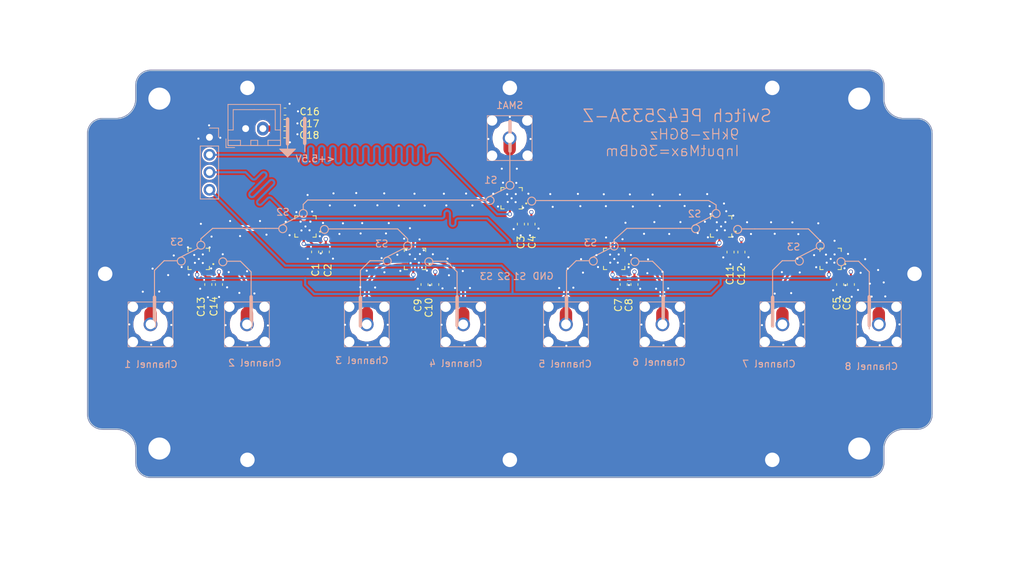
<source format=kicad_pcb>
(kicad_pcb (version 20221018) (generator pcbnew)
  (layers (0 "F.Cu" signal) (1 "In1.Cu" signal) (2 "In2.Cu" signal) (31 "B.Cu" signal) (34 "B.Paste" user) (35 "F.Paste" user) (36 "B.SilkS" user "B.Silkscreen") (37 "F.SilkS" user "F.Silkscreen") (38 "B.Mask" user) (39 "F.Mask" user) (44 "Edge.Cuts" user))
  (net 0 "")
  (net 1 "Vdd")
  (net 2 "GND")
  (net 3 "Vctr1")
  (net 4 "Vctr2")
  (net 5 "Vctr3")
  (net 6 "/Switch_cell1/In")
  (net 7 "Net-(U5-RF1)")
  (net 8 "Net-(U5-RF2)")
  (net 9 "Net-(U4-RF1)")
  (net 10 "Net-(U4-RF2)")
  (net 11 "Net-(U6-RF1)")
  (net 12 "Net-(U6-RF2)")
  (net 13 "Net-(U7-RF1)")
  (net 14 "Net-(U7-RF2)")
  (net 15 "/Switch_cell1/Out2")
  (net 16 "/Switch_S6/In")
  (net 17 "/Switch_S3/In")
  (net 18 "/Switch_cell1/Out1")
  (net 19 "/Switch_S4/In")
  (net 20 "/Switch_S5/In")
  (footprint "Capacitor_SMD:C_0603_1608Metric_revised" (layer "F.Cu") (at -129.446 40.327 -90)
    (fp_text reference "C4")
    (fp_text value "22uF")
  )
  (footprint "Music_Lab:Switch_PE42553A_QFN17N" (layer "F.Cu") (at -162.258279 40.669 180)
    (fp_text reference "U3" hide)
    (fp_text value "Switch_PE42553A-Z" hide)
  )
  (footprint "Capacitor_SMD:C_0603_1608Metric_revised" (layer "F.Cu") (at -160.8582 44.3614 -90)
    (fp_text reference "C1")
    (fp_text value "0.1uF")
  )
  (footprint "Capacitor_SMD:C_0603_1608Metric_revised" (layer "F.Cu") (at -159.3088 44.3614 -90)
    (fp_text reference "C2")
    (fp_text value "22uF")
  )
  (footprint "Capacitor_SMD:C_0603_1608Metric_revised" (layer "F.Cu") (at -98.9726 44.3868 -90)
    (fp_text reference "C12")
    (fp_text value "22uF")
  )
  (footprint "Capacitor_SMD:C_0603_1608Metric_revised" (layer "F.Cu") (at -116.049521 49.0946 -90)
    (fp_text reference "C7")
    (fp_text value "0.1uF")
  )
  (footprint "Music_Lab:Outline_9x4_cavity_20230711" (layer "F.Cu") (at -131.48376 45.101988)
    (fp_text reference "outline1" hide)
    (fp_text value "~" hide)
    (fp_poly (pts (arc (start 60.147165 -17.957088) (mid 59.532757 -19.441973) (end 58.048165 -20.057088)) (arc (start 56.047165 -20.057088) (mid 53.996516 -20.907146) (end 53.147165 -22.958088)) (arc (start 53.147165 -24.957088) (mid 52.532111 -26.442034) (end 51.047165 -27.057088)) (arc (start -53.253466 -27.057088) (mid -54.738393 -26.442015) (end -55.353466 -24.957088)) (arc (start -55.353466 -22.958088) (mid -56.202797 -20.907126) (end -58.253466 -20.057088)) (arc (start -60.254235 -20.057088) (mid -61.702913 -19.478) (end -62.353235 -18.05987)) (arc (start -62.353235 22.875092) (mid -61.727618 24.339112) (end -60.254466 24.942912)) (arc (start -58.253466 24.942912) (mid -56.202796 25.792949) (end -55.353466 27.843912)) (arc (start -55.353466 29.842912) (mid -54.738391 31.327837) (end -53.253466 31.942912)) (arc (start 51.047165 31.942912) (mid 52.532089 31.327836) (end 53.147165 29.842912)) (arc (start 53.147165 27.843912) (mid 53.996495 25.792949) (end 56.047165 24.942912)) (arc (start 58.048165 24.942912) (mid 59.532737 24.327777) (end 60.147165 22.842912))) (stroke (width 0.1)) (fill none) (layer "Edge.Cuts"))
  )
  (footprint "Capacitor_SMD:C_0603_1608Metric_revised" (layer "F.Cu") (at -144.969321 49.0982 -90)
    (fp_text reference "C9")
    (fp_text value "0.1uF")
  )
  (footprint "Music_Lab:Switch_PE42553A_QFN17N" (layer "F.Cu") (at -101.919 40.6654 180)
    (fp_text reference "U2" hide)
    (fp_text value "Switch_PE42553A-Z" hide)
  )
  (footprint "Capacitor_SMD:C_0603_1608Metric_revised" (layer "F.Cu") (at -165.2832 27.2966)
    (fp_text reference "C18")
    (fp_text value "1uF")
  )
  (footprint "Capacitor_SMD:C_0603_1608Metric_revised" (layer "F.Cu") (at -130.9878 40.3228 -90)
    (fp_text reference "C3")
    (fp_text value "0.1uF")
  )
  (footprint "Capacitor_SMD:C_0603_1608Metric_revised" (layer "F.Cu") (at -143.419921 49.0982 -90)
    (fp_text reference "C10")
    (fp_text value "22uF")
  )
  (footprint "Capacitor_SMD:C_0603_1608Metric_revised" (layer "F.Cu") (at -84.629321 49.0946 -90)
    (fp_text reference "C5")
    (fp_text value "0.1uF")
  )
  (footprint "Music_Lab:Switch_PE42553A_QFN17N" (layer "F.Cu") (at -86.018 45.377675 180)
    (fp_text reference "U4" hide)
    (fp_text value "Switch_PE42553A-Z" hide)
  )
  (footprint "Capacitor_SMD:C_0603_1608Metric_revised" (layer "F.Cu") (at -83.079921 49.0946 -90)
    (fp_text reference "C6")
    (fp_text value "22uF")
  )
  (footprint "Capacitor_SMD:C_0603_1608Metric_revised" (layer "F.Cu") (at -165.2324 23.9946)
    (fp_text reference "C16")
    (fp_text value "0.1uF")
  )
  (footprint "Music_Lab:Switch_PE42553A_QFN17N" (layer "F.Cu") (at -117.4382 45.377675 180)
    (fp_text reference "U5" hide)
    (fp_text value "Switch_PE42553A-Z" hide)
  )
  (footprint "Capacitor_SMD:C_0603_1608Metric_revised" (layer "F.Cu") (at -100.5474 44.3868 -90)
    (fp_text reference "C11")
    (fp_text value "0.1uF")
  )
  (footprint "Capacitor_SMD:C_0603_1608Metric_revised" (layer "F.Cu") (at -114.500121 49.0946 -90)
    (fp_text reference "C8")
    (fp_text value "22uF")
  )
  (footprint "Music_Lab:Switch_PE42553A_QFN17N" (layer "F.Cu") (at -146.358 45.381275 180)
    (fp_text reference "U6" hide)
    (fp_text value "Switch_PE42553A-Z" hide)
  )
  (footprint "Capacitor_SMD:C_0603_1608Metric_revised" (layer "F.Cu") (at -176.3696 49.0982 -90)
    (fp_text reference "C13")
    (fp_text value "0.1uF")
  )
  (footprint "Music_Lab:Switch_PE42553A_QFN17N" (layer "F.Cu") (at -132.334 36.576 180)
    (fp_text reference "U1" hide)
    (fp_text value "Switch_PE42553A-Z" hide)
  )
  (footprint "Capacitor_SMD:C_0603_1608Metric_revised" (layer "F.Cu") (at -174.8202 49.0982 -90)
    (fp_text reference "C14")
    (fp_text value "22uF")
  )
  (footprint "Capacitor_SMD:C_0603_1608Metric_revised" (layer "F.Cu") (at -165.2578 25.6456)
    (fp_text reference "C17")
    (fp_text value "22uF")
  )
  (footprint "Music_Lab:Switch_PE42553A_QFN17N" (layer "F.Cu") (at -177.758279 45.381275 180)
    (fp_text reference "U7" hide)
    (fp_text value "Switch_PE42553A-Z" hide)
  )
  (footprint "Music_Lab:SMA_KHD_Back" (layer "B.Cu") (at -93.018 54.877675 180)
    (fp_text reference "SMA11" hide)
    (fp_text value "~")
  )
  (footprint "Music_Lab:SMA_KHD_Back" (layer "B.Cu") (at -139.358 54.881275 180)
    (fp_text reference "SMA12" hide)
    (fp_text value "~")
  )
  (footprint "Music_Lab:SMA_KHD_Back" (layer "B.Cu") (at -170.758279 54.881275 180)
    (fp_text reference "SMA14" hide)
    (fp_text value "~")
  )
  (footprint "Music_Lab:SMA_KHD_Back" (layer "B.Cu") (at -124.4382 54.877675 180)
    (fp_text reference "SMA3" hide)
    (fp_text value "~")
  )
  (footprint "Connector_PinHeader_2.54mm:PinHeader_1x04_P2.54mm_Vertical" (layer "B.Cu") (at -176.1998 27.7214 180)
    (fp_text reference "J3" hide)
    (fp_text value "Conn_01x04_Pin")
  )
  (footprint "Music_Lab:SMA_KHD_Back" (layer "B.Cu") (at -184.758279 54.881275 180)
    (fp_text reference "SMA15" hide)
    (fp_text value "~")
  )
  (footprint "Music_Lab:SMA_KHD_Back" (layer "B.Cu") (at -79.018 54.877675 180)
    (fp_text reference "SMA10" hide)
    (fp_text value "~")
  )
  (footprint "Connector_JST:JST_XH_B2B-XH-A_1x02_P2.50mm_Vertical" (layer "B.Cu") (at -170.9474 26.4584)
    (fp_text reference "J2" hide)
    (fp_text value "Conn_01x02_Pin")
  )
  (footprint "Music_Lab:SMA_KHD_Back" (layer "B.Cu") (at -110.4382 54.877675 180)
    (fp_text reference "SMA2" hide)
    (fp_text value "~")
  )
  (footprint "Music_Lab:SMA_KHD_Back" (layer "B.Cu") (at -153.358 54.881275 180)
    (fp_text reference "SMA13" hide)
    (fp_text value "~")
  )
  (footprint "Music_Lab:SMA_KHD_Back" (layer "B.Cu") (at -132.6134 27.8384 180)
    (fp_text reference "SMA1")
    (fp_text value "~")
  )
  (gr_circle (center -159.511521 41.0972) (end -159.917921 41.5036) (stroke (width 0.15)) (fill none) (layer "B.SilkS"))
  (gr_line (start -162.3676 24.9936) (end -162.3676 28.6004) (stroke (width 0.5)) (layer "B.SilkS"))
  (gr_circle (center -102.640921 38.7858) (end -103.047321 39.1922) (stroke (width 0.15)) (fill none) (layer "B.SilkS"))
  (gr_line (start -177.4444 42.783064) (end -177.4444 42.448132) (stroke (width 0.15)) (layer "B.SilkS"))
  (gr_circle (center -90.552442 45.691) (end -90.958842 46.0974) (stroke (width 0.15)) (fill none) (layer "B.SilkS"))
  (gr_line (start -93.041642 45.6402) (end -94.438642 47.0372) (stroke (width 0.15)) (layer "B.SilkS"))
  (gr_line (start -184.1796 55.118) (end -184.1796 50.9397) (stroke (width 0.5)) (layer "B.SilkS"))
  (gr_line (start -171.6955 45.72) (end -170.1461 47.2694) (stroke (width 0.15)) (layer "B.SilkS"))
  (gr_line (start -97.014821 41.021) (end -89.229721 41.021) (stroke (width 0.15)) (layer "B.SilkS"))
  (gr_line (start -164.856321 28.6766) (end -164.856321 29.7434) (stroke (width 0.15)) (layer "B.SilkS"))
  (gr_line (start -117.4496 42.935464) (end -117.4496 42.613232) (stroke (width 0.15)) (layer "B.SilkS"))
  (gr_circle (center -150.3934 45.6946) (end -150.7998 46.101) (stroke (width 0.15)) (fill none) (layer "B.SilkS"))
  (gr_line (start -87.5284 42.910064) (end -87.604121 42.6466) (stroke (width 0.15)) (layer "B.SilkS"))
  (gr_line (start -140.2461 55.0498) (end -140.2461 50.8715) (stroke (width 0.5)) (layer "B.SilkS"))
  (gr_line (start -102.640921 38.211064) (end -102.640921 37.5412) (stroke (width 0.15)) (layer "B.SilkS"))
  (gr_line (start -177.8296 43.815) (end -180.649 45.2628) (stroke (width 0.15)) (layer "B.SilkS"))
  (gr_line (start -171.6955 45.72) (end -173.6005 45.72) (stroke (width 0.15)) (layer "B.SilkS"))
  (gr_line (start -111.875421 45.7164) (end -113.780421 45.7164) (stroke (width 0.15)) (layer "B.SilkS"))
  (gr_line (start -147.4216 42.910064) (end -147.4216 42.4688) (stroke (width 0.15)) (layer "B.SilkS"))
  (gr_line (start -126.859821 36.907125) (end -103.707721 36.907125) (stroke (width 0.15)) (layer "B.SilkS"))
  (gr_circle (center -147.4216 43.4848) (end -147.828 43.8912) (stroke (width 0.15)) (fill none) (layer "B.SilkS"))
  (gr_circle (center -132.572064 34.6964) (end -132.978464 35.1028) (stroke (width 0.15)) (fill none) (layer "B.SilkS"))
  (gr_circle (center -105.612721 40.9956) (end -106.019121 41.402) (stroke (width 0.15)) (fill none) (layer "B.SilkS"))
  (gr_line (start -124.359521 47.0372) (end -124.359521 55.1144) (stroke (width 0.15)) (layer "B.SilkS"))
  (gr_line (start -115.5954 40.9448) (end -117.4496 42.613232) (stroke (width 0.15)) (layer "B.SilkS"))
  (gr_line (start -124.359521 55.1144) (end -124.359521 50.9361) (stroke (width 0.5)) (layer "B.SilkS"))
  (gr_line (start -94.438642 55.1144) (end -94.438642 50.9361) (stroke (width 0.5)) (layer "B.SilkS"))
  (gr_line (start -141.7955 45.72) (end -140.2461 47.2694) (stroke (width 0.15)) (layer "B.SilkS"))
  (gr_line (start -103.707721 36.907125) (end -102.640921 37.5412) (stroke (width 0.15)) (layer "B.SilkS"))
  (gr_circle (center -129.412521 36.983325) (end -129.818921 37.389725) (stroke (width 0.15)) (fill none) (layer "B.SilkS"))
  (gr_line (start -154.2796 47.0408) (end -154.2796 55.118) (stroke (width 0.15)) (layer "B.SilkS"))
  (gr_line (start -156.958821 41.021) (end -148.868921 41.021) (stroke (width 0.15)) (layer "B.SilkS"))
  (gr_line (start -147.9296 43.815) (end -150.749 45.2628) (stroke (width 0.15)) (layer "B.SilkS"))
  (gr_line (start -154.2796 55.118) (end -154.2796 50.9397) (stroke (width 0.5)) (layer "B.SilkS"))
  (gr_line (start -166.140921 40.9448) (end -168.045921 40.9448) (stroke (width 0.15)) (layer "B.SilkS"))
  (gr_line (start -152.8826 45.6438) (end -154.2796 47.0408) (stroke (width 0.15)) (layer "B.SilkS"))
  (gr_line (start -80.405142 47.2658) (end -80.405142 55.5462) (stroke (width 0.15)) (layer "B.SilkS"))
  (gr_line (start -180.8776 45.6438) (end -182.7826 45.6438) (stroke (width 0.15)) (layer "B.SilkS"))
  (gr_circle (center -180.2934 45.6946) (end -180.6998 46.101) (stroke (width 0.15)) (fill none) (layer "B.SilkS"))
  (gr_line (start -133.0452 35.052) (end -135.813321 36.449925) (stroke (width 0.15)) (layer "B.SilkS"))
  (gr_circle (center -177.4444 43.3832) (end -177.8508 43.7896) (stroke (width 0.15)) (fill none) (layer "B.SilkS"))
  (gr_line (start -110.326021 55.0462) (end -110.326021 50.8679) (stroke (width 0.5)) (layer "B.SilkS"))
  (gr_circle (center -135.457721 36.881725) (end -135.864121 37.288125) (stroke (width 0.15)) (fill none) (layer "B.SilkS"))
  (gr_line (start -94.438642 47.0372) (end -94.438642 55.1144) (stroke (width 0.15)) (layer "B.SilkS"))
  (gr_circle (center -84.507242 45.7926) (end -84.913642 46.199) (stroke (width 0.15)) (fill none) (layer "B.SilkS"))
  (gr_line (start -137.946921 36.830925) (end -161.8742 36.830925) (stroke (width 0.15)) (layer "B.SilkS"))
  (gr_line (start -81.954542 45.7164) (end -83.859542 45.7164) (stroke (width 0.15)) (layer "B.SilkS"))
  (gr_circle (center -120.473321 45.691) (end -120.879721 46.0974) (stroke (width 0.15)) (fill none) (layer "B.SilkS"))
  (gr_line (start -88.088642 43.8114) (end -90.908042 45.2592) (stroke (width 0.15)) (layer "B.SilkS"))
  (gr_line (start -170.1461 47.2694) (end -170.1461 55.5498) (stroke (width 0.15)) (layer "B.SilkS"))
  (gr_line (start -175.7426 40.9448) (end -177.4444 42.448132) (stroke (width 0.15)) (layer "B.SilkS"))
  (gr_line (start -126.859821 36.907125) (end -128.764821 36.907125) (stroke (width 0.15)) (layer "B.SilkS"))
  (gr_circle (center -165.556721 40.9956) (end -165.963121 41.402) (stroke (width 0.15)) (fill none) (layer "B.SilkS"))
  (gr_poly (pts (xy -163.700621 29.4259) (xy -166.012021 29.4259) (xy -164.856321 30.5816)) (stroke (width 0.12)) (fill solid) (layer "B.SilkS"))
  (gr_line (start -168.045921 40.9448) (end -175.7426 40.9448) (stroke (width 0.15)) (layer "B.SilkS"))
  (gr_line (start -141.7955 45.72) (end -143.7005 45.72) (stroke (width 0.15)) (layer "B.SilkS"))
  (gr_line (start -121.057521 45.6402) (end -122.962521 45.6402) (stroke (width 0.15)) (layer "B.SilkS"))
  (gr_circle (center -87.5284 43.4848) (end -87.9348 43.8912) (stroke (width 0.15)) (fill none) (layer "B.SilkS"))
  (gr_line (start -97.014821 41.021) (end -98.919821 41.021) (stroke (width 0.15)) (layer "B.SilkS"))
  (gr_line (start -80.405142 55.0462) (end -80.405142 50.8679) (stroke (width 0.5)) (layer "B.SilkS"))
  (gr_line (start -150.9776 45.6438) (end -152.8826 45.6438) (stroke (width 0.15)) (layer "B.SilkS"))
  (gr_line (start -132.588 34.097189) (end -132.588 27.1272) (stroke (width 0.15)) (layer "B.SilkS"))
  (gr_line (start -108.101921 40.9448) (end -115.5954 40.9448) (stroke (width 0.15)) (layer "B.SilkS"))
  (gr_line (start -163.092921 39.116) (end -165.912321 40.5638) (stroke (width 0.15)) (layer "B.SilkS"))
  (gr_line (start -118.009521 43.8114) (end -120.828921 45.2592) (stroke (width 0.15)) (layer "B.SilkS"))
  (gr_line (start -182.7826 45.6438) (end -184.1796 47.0408) (stroke (width 0.15)) (layer "B.SilkS"))
  (gr_line (start -140.2461 47.2694) (end -140.2461 55.5498) (stroke (width 0.15)) (layer "B.SilkS"))
  (gr_line (start -81.954542 45.7164) (end -80.405142 47.2658) (stroke (width 0.15)) (layer "B.SilkS"))
  (gr_circle (center -114.428121 45.7926) (end -114.834521 46.199) (stroke (width 0.15)) (fill none) (layer "B.SilkS"))
  (gr_circle (center -144.3482 45.7962) (end -144.7546 46.2026) (stroke (width 0.15)) (fill none) (layer "B.SilkS"))
  (gr_line (start -122.962521 45.6402) (end -124.359521 47.0372) (stroke (width 0.15)) (layer "B.SilkS"))
  (gr_circle (center -99.511521 41.0972) (end -99.917921 41.5036) (stroke (width 0.15)) (fill none) (layer "B.SilkS"))
  (gr_line (start -132.5626 29.718) (end -132.5626 25.4) (stroke (width 0.5)) (layer "B.SilkS"))
  (gr_circle (center -117.4496 43.5102) (end -117.856 43.9166) (stroke (width 0.15)) (fill none) (layer "B.SilkS"))
  (gr_line (start -91.136642 45.6402) (end -93.041642 45.6402) (stroke (width 0.15)) (layer "B.SilkS"))
  (gr_line (start -111.875421 45.7164) (end -110.326021 47.2658) (stroke (width 0.15)) (layer "B.SilkS"))
  (gr_line (start -161.914266 36.794345) (end -162.584921 37.465) (stroke (width 0.15)) (layer "B.SilkS"))
  (gr_line (start -136.041921 36.830925) (end -137.946921 36.830925) (stroke (width 0.15)) (layer "B.SilkS"))
  (gr_line (start -170.1461 55.0498) (end -170.1461 50.8715) (stroke (width 0.5)) (layer "B.SilkS"))
  (gr_circle (center -174.2482 45.7962) (end -174.6546 46.2026) (stroke (width 0.15)) (fill none) (layer "B.SilkS"))
  (gr_line (start -156.958821 41.021) (end -158.863821 41.021) (stroke (width 0.15)) (layer "B.SilkS"))
  (gr_line (start -184.1796 47.0408) (end -184.1796 55.118) (stroke (width 0.15)) (layer "B.SilkS"))
  (gr_line (start -89.229721 41.021) (end -87.604121 42.6466) (stroke (width 0.15)) (layer "B.SilkS"))
  (gr_circle (center -162.584921 38.7858) (end -162.991321 39.1922) (stroke (width 0.15)) (fill none) (layer "B.SilkS"))
  (gr_line (start -106.196921 40.9448) (end -108.101921 40.9448) (stroke (width 0.15)) (layer "B.SilkS"))
  (gr_line (start -164.856321 25.0698) (end -164.856321 28.6766) (stroke (width 0.5)) (layer "B.SilkS"))
  (gr_line (start -110.326021 47.2658) (end -110.326021 55.5462) (stroke (width 0.15)) (layer "B.SilkS"))
  (gr_line (start -148.868921 41.021) (end -147.497321 42.3926) (stroke (width 0.15)) (layer "B.SilkS"))
  (gr_line (start -162.3422 28.7274) (end -162.3422 29.7942) (stroke (width 0.15)) (layer "B.SilkS"))
  (gr_line (start -103.148921 39.116) (end -105.968321 40.5638) (stroke (width 0.15)) (layer "B.SilkS"))
  (gr_line (start -162.584921 38.211064) (end -162.584921 37.465) (stroke (width 0.15)) (layer "B.SilkS"))
  (gr_text "S2" (at -164.489921 39.1668) (layer "B.SilkS") (effects (font (size 1 1)) (justify left bottom mirror)))
  (gr_text "S2" (at -104.723721 39.4208) (layer "B.SilkS") (effects (font (size 1 1)) (justify left bottom mirror)))
  (gr_text "Channel 6" (at -106.9848 60.96) (layer "B.SilkS") (effects (font (size 1 1)) (justify left bottom mirror)))
  (gr_text "S3" (at -119.8372 43.6118) (layer "B.SilkS") (effects (font (size 1 1)) (justify left bottom mirror)))
  (gr_text "S1" (at -134.314721 34.519525) (layer "B.SilkS") (effects (font (size 1 1)) (justify left bottom mirror)))
  (gr_text "Channel 1" (at -180.7464 61.2648) (layer "B.SilkS") (effects (font (size 1 1)) (justify left bottom mirror)))
  (gr_text "<+5.5V" (at -157.8718 31.4198) (layer "B.SilkS") (effects (font (size 1 1)) (justify left bottom mirror)))
  (gr_text "Channel 7" (at -91.012579 61.213475) (layer "B.SilkS") (effects (font (size 1 1)) (justify left bottom mirror)))
  (gr_text "Channel 8" (at -76.1492 61.5696) (layer "B.SilkS") (effects (font (size 1 1)) (justify left bottom mirror)))
  (gr_text "Channel 5" (at -120.603579 61.213475) (layer "B.SilkS") (effects (font (size 1 1)) (justify left bottom mirror)))
  (gr_text "Switch PE42533A-Z\n" (at -108.3056 25.654) (layer "B.SilkS") (effects (font (size 1.8 1.8) (thickness 0.18)) (justify bottom mirror)))
  (gr_text "Channel 3" (at -150.114 60.706) (layer "B.SilkS") (effects (font (size 1 1)) (justify left bottom mirror)))
  (gr_text "S3" (at -179.8828 43.5102) (layer "B.SilkS") (effects (font (size 1 1)) (justify left bottom mirror)))
  (gr_text "S3" (at -150.1394 43.7642) (layer "B.SilkS") (effects (font (size 1 1)) (justify left bottom mirror)))
  (gr_text "S3" (at -134.954579 48.505475) (layer "B.SilkS") (effects (font (size 1 1)) (justify left bottom mirror)))
  (gr_text "GND" (at -126.1364 48.4632) (layer "B.SilkS") (effects (font (size 1 1)) (justify left bottom mirror)))
  (gr_text "S1" (at -130.128579 48.505475) (layer "B.SilkS") (effects (font (size 1 1)) (justify left bottom mirror)))
  (gr_text "Channel 2" (at -165.6588 61.0616) (layer "B.SilkS") (effects (font (size 1 1)) (justify left bottom mirror)))
  (gr_text "S2" (at -132.414579 48.505475) (layer "B.SilkS") (effects (font (size 1 1)) (justify left bottom mirror)))
  (gr_text "Channel 4" (at -136.478579 61.137275) (layer "B.SilkS") (effects (font (size 1 1)) (justify left bottom mirror)))
  (gr_text "9kHz-8GHz\nInputMax=36dBm" (at -99.1616 30.5816) (layer "B.SilkS") (effects (font (size 1.5 1.5)) (justify left bottom mirror)))
  (gr_text "S3" (at -90.3478 44.2214) (layer "B.SilkS") (effects (font (size 1 1)) (justify left bottom mirror)))
  (segment (start -83.079921 48.3196) (end -83.079921 47.2404) (width 0.3) (layer "F.Cu") (net 1))
  (segment (start -131.584 38.071) (end -131.584 38.9516) (width 0.3) (layer "F.Cu") (net 1))
  (segment (start -144.969321 48.3232) (end -143.419921 48.3232) (width 0.3) (layer "F.Cu") (net 1))
  (segment (start -116.6882 46.872675) (end -116.6882 47.680921) (width 0.3) (layer "F.Cu") (net 1))
  (segment (start -101.169 42.1604) (end -101.169 42.9902) (width 0.3) (layer "F.Cu") (net 1))
  (segment (start -129.4638 39.5342) (end -129.4638 38.5826) (width 0.3) (layer "F.Cu") (net 1))
  (segment (start -116.049521 48.3196) (end -114.500121 48.3196) (width 0.3) (layer "F.Cu") (net 1))
  (segment (start -131.584 38.9516) (end -130.9878 39.5478) (width 0.3) (layer "F.Cu") (net 1))
  (segment (start -145.608 46.876275) (end -145.608 47.684521) (width 0.3) (layer "F.Cu") (net 1))
  (segment (start -177.008279 46.876275) (end -177.008279 47.684521) (width 0.3) (layer "F.Cu") (net 1))
  (segment (start -98.9726 43.6118) (end -98.9726 42.545) (width 0.3) (layer "F.Cu") (net 1))
  (segment (start -145.608 47.684521) (end -144.969321 48.3232) (width 0.3) (layer "F.Cu") (net 1))
  (segment (start -101.169 42.9902) (end -100.5474 43.6118) (width 0.3) (layer "F.Cu") (net 1))
  (segment (start -130.9878 39.5478) (end -129.4502 39.5478) (width 0.3) (layer "F.Cu") (net 1))
  (segment (start -84.629321 48.3196) (end -83.079921 48.3196) (width 0.3) (layer "F.Cu") (net 1))
  (segment (start -166.0328 26.4584) (end -166.0328 25.6456) (width 0.9) (layer "F.Cu") (net 1))
  (segment (start -161.508279 42.164) (end -161.508279 42.936321) (width 0.3) (layer "F.Cu") (net 1))
  (segment (start -161.508279 42.936321) (end -160.8582 43.5864) (width 0.3) (layer "F.Cu") (net 1))
  (segment (start -143.419921 48.3232) (end -143.419921 47.244) (width 0.3) (layer "F.Cu") (net 1))
  (segment (start -100.5474 43.6118) (end -98.9726 43.6118) (width 0.3) (layer "F.Cu") (net 1))
  (segment (start -174.8202 48.3232) (end -174.8202 47.244) (width 0.3) (layer "F.Cu") (net 1))
  (segment (start -85.268 47.680921) (end -84.629321 48.3196) (width 0.3) (layer "F.Cu") (net 1))
  (segment (start -85.268 46.872675) (end -85.268 47.680921) (width 0.3) (layer "F.Cu") (net 1))
  (segment (start -129.4502 39.5478) (end -129.446 39.552) (width 0.3) (layer "F.Cu") (net 1))
  (segment (start -159.3088 43.5864) (end -159.3088 42.4942) (width 0.3) (layer "F.Cu") (net 1))
  (segment (start -160.8582 43.5864) (end -159.3088 43.5864) (width 0.3) (layer "F.Cu") (net 1))
  (segment (start -166.0074 23.9946) (end -166.032321 24.019521) (width 0.9) (layer "F.Cu") (net 1))
  (segment (start -114.500121 48.3196) (end -114.500121 47.2404) (width 0.3) (layer "F.Cu") (net 1))
  (segment (start -129.446 39.552) (end -129.4638 39.5342) (width 0.3) (layer "F.Cu") (net 1))
  (segment (start -168.4474 26.4584) (end -166.0328 26.4584) (width 0.9) (layer "F.Cu") (net 1))
  (segment (start -176.3696 48.3232) (end -174.8202 48.3232) (width 0.3) (layer "F.Cu") (net 1))
  (segment (start -177.008279 47.684521) (end -176.3696 48.3232) (width 0.3) (layer "F.Cu") (net 1))
  (segment (start -166.032321 24.019521) (end -166.032321 27.270721) (width 0.9) (layer "F.Cu") (net 1))
  (segment (start -116.6882 47.680921) (end -116.049521 48.3196) (width 0.3) (layer "F.Cu") (net 1))
  (via (at -159.3088 42.4942) (size 0.6) (drill 0.4) (layers "F.Cu" "B.Cu") (net 1))
  (via (at -143.419921 47.244) (size 0.6) (drill 0.4) (layers "F.Cu" "B.Cu") (net 1))
  (via (at -129.4638 38.5826) (size 0.6) (drill 0.4) (layers "F.Cu" "B.Cu") (net 1))
  (via (at -98.9726 42.545) (size 0.6) (drill 0.4) (layers "F.Cu" "B.Cu") (net 1))
  (via (at -114.500121 47.2404) (size 0.6) (drill 0.4) (layers "F.Cu" "B.Cu") (net 1))
  (via (at -174.8202 47.244) (size 0.6) (drill 0.4) (layers "F.Cu" "B.Cu") (net 1))
  (via (at -83.079921 47.2404) (size 0.6) (drill 0.4) (layers "F.Cu" "B.Cu") (net 1))
  (segment (start -132.084 36.826) (end -132.334 36.576) (width 0.3) (layer "F.Cu") (net 2))
  (segment (start -132.084 38.071) (end -132.084 36.826) (width 0.3) (layer "F.Cu") (net 2))
  (via (at -118.9482 35.9918) (size 0.5) (drill 0.3) (layers "F.Cu" "B.Cu") (net 2))
  (via (at -104.267 39.9796) (size 0.5) (drill 0.3) (layers "F.Cu" "B.Cu") (net 2))
  (via (at -122.2502 45.4152) (size 0.5) (drill 0.3) (layers "F.Cu" "B.Cu") (net 2))
  (via (at -85.4456 44.7294) (size 0.5) (drill 0.3) (layers "F.Cu" "B.Cu") (net 2))
  (via (at -119.7864 46.5582) (size 0.5) (drill 0.3) (layers "F.Cu" "B.Cu") (net 2))
  (via (at -184.4548 46.7868) (size 0.5) (drill 0.3) (layers "F.Cu" "B.Cu") (net 2))
  (via (at -82.0928 54.8894) (size 0.5) (drill 0.3) (layers "F.Cu" "B.Cu") (net 2))
  (via (at -124.3838 57.9882) (size 0.5) (drill 0.3) (layers "F.Cu" "B.Cu") (net 2))
  (via (at -107.2134 37.6936) (size 0.5) (drill 0.3) (layers "F.Cu" "B.Cu") (net 2))
  (via (at -158.7246 37.6174) (size 0.5) (drill 0.3) (layers "F.Cu" "B.Cu") (net 2))
  (via (at -154.2542 41.6814) (size 0.5) (drill 0.3) (layers "F.Cu" "B.Cu") (net 2))
  (via (at -184.658 57.8358) (size 0.5) (drill 0.3) (layers "F.Cu" "B.Cu") (net 2))
  (via (at -101.6 45.1612) (size 0.5) (drill 0.3) (layers "F.Cu" "B.Cu") (net 2))
  (via (at -90.8304 45.339) (size 0.5) (drill 0.3) (layers "F.Cu" "B.Cu") (net 2))
  (via (at -102.5144 41.2242) (size 0.5) (drill 0.3) (layers "F.Cu" "B.Cu") (net 2))
  (via (at -78.8924 57.912) (size 0.5) (drill 0.3) (layers "F.Cu" "B.Cu") (net 2))
  (via (at -90.5002 47.3456) (size 0.5) (drill 0.3) (layers "F.Cu" "B.Cu") (net 2))
  (via (at -88.4174 44.831) (size 0.5) (drill 0.3) (layers "F.Cu" "B.Cu") (net 2))
  (via (at -138.938 35.8902) (size 0.5) (drill 0.3) (layers "F.Cu" "B.Cu") (net 2))
  (via (at -103.8352 42.2402) (size 0.5) (drill 0.3) (layers "F.Cu" "B.Cu") (net 2))
  (via (at -158.2674 45.339) (size 0.5) (drill 0.3) (layers "F.Cu" "B.Cu") (net 2))
  (via (at -105.3084 41.6306) (size 0.5) (drill 0.3) (layers "F.Cu" "B.Cu") (net 2))
  (via (at -169.672 50.3936) (size 0.5) (drill 0.3) (layers "F.Cu" "B.Cu") (net 2))
  (via (at -141.8082 37.6174) (size 0.5) (drill 0.3) (layers "F.Cu" "B.Cu") (net 2))
  (via (at -185.8772 50.1396) (size 0.5) (drill 0.3) (layers "F.Cu" "B.Cu") (net 2))
  (via (at -134.3152 37.7698) (size 0.5) (drill 0.3) (layers "F.Cu" "B.Cu") (net 2))
  (via (at -121.9708 47.371) (size 0.5) (drill 0.3) (layers "F.Cu" "B.Cu") (net 2))
  (via (at -132.588 24.765) (size 0.5) (drill 0.3) (layers "F.Cu" "B.Cu") (net 2))
  (via (at -76.0222 54.8894) (size 0.5) (drill 0.3) (layers "F.Cu" "B.Cu") (net 2))
  (via (at -167.9194 41.8592) (size 0.5) (drill 0.3) (layers "F.Cu" "B.Cu") (net 2))
  (via (at -154.0256 40.1828) (size 0.5) (drill 0.3) (layers "F.Cu" "B.Cu") (net 2))
  (via (at -147.6502 44.069) (size 0.5) (drill 0.3) (layers "F.Cu" "B.Cu") (net 2))
  (via (at -156.8196 40.2082) (size 0.5) (drill 0.3) (layers "F.Cu" "B.Cu") (net 2))
  (via (at -139.192 57.912) (size 0.5) (drill 0.3) (layers "F.Cu" "B.Cu") (net 2))
  (via (at -118.0338 44.7548) (size 0.5) (drill 0.3) (layers "F.Cu" "B.Cu") (net 2))
  (via (at -126.7206 35.9664) (size 0.5) (drill 0.3) (layers "F.Cu" "B.Cu") (net 2))
  (via (at -111.3536 49.7078) (size 0.5) (drill 0.3) (layers "F.Cu" "B.Cu") (net 2))
  (via (at -171.8564 50.3174) (size 0.5) (drill 0.3) (layers "F.Cu" "B.Cu") (net 2))
  (via (at -131.7244 35.9664) (size 0.5) (drill 0.3) (layers "F.Cu" "B.Cu") (net 2))
  (via (at -177.165 45.974) (size 0.5) (drill 0.3) (layers "F.Cu" "B.Cu") (net 2))
  (via (at -148.717 37.6428) (size 0.5) (drill 0.3) (layers "F.Cu" "B.Cu") (net 2))
  (via (at -122.3518 37.719) (size 0.5) (drill 0.3) (layers "F.Cu" "B.Cu") (net 2))
  (via (at -173.863 54.991) (size 0.5) (drill 0.3) (layers "F.Cu" "B.Cu") (net 2))
  (via (at -163.576 38.5826) (size 0.5) (drill 0.3) (layers "F.Cu" "B.Cu") (net 2))
  (via (at -173.2026 39.878) (size 0.5) (drill 0.3) (layers "F.Cu" "B.Cu") (net 2))
  (via (at -163.4236 27.2796) (size 0.5) (drill 0.3) (layers "F.Cu" "B.Cu") (net 2))
  (via (at -142.1638 35.9156) (size 0.5) (drill 0.3) (layers "F.Cu" "B.Cu") (net 2))
  (via (at -160.0454 44.577) (size 0.5) (drill 0.3) (layers "F.Cu" "B.Cu") (net 2))
  (via (at -87.8078 40.2082) (size 0.5) (drill 0.3) (layers "F.Cu" "B.Cu") (net 2))
  (via (at -132.969 35.9918) (size 0.5) (drill 0.3) (layers "F.Cu" "B.Cu") (net 2))
  (via (at -164.5158 28.448) (size 0.5) (drill 0.3) (layers "F.Cu" "B.Cu") (net 2))
  (via (at -150.3172 54.9402) (size 0.5) (drill 0.3) (layers "F.Cu" "B.Cu") (net 2))
  (via (at -135.7122 27.9654) (size 0.5) (drill 0.3) (layers "F.Cu" "B.Cu") (net 2))
  (via (at -152.146 49.53) (size 0.5) (drill 0.3) (layers "F.Cu" "B.Cu") (net 2))
  (via (at -83.8708 49.1998) (size 0.5) (drill 0.3) (layers "F.Cu" "B.Cu") (net 2))
  (via (at -157.3276 41.7576) (size 0.5) (drill 0.3) (layers "F.Cu" "B.Cu") (net 2))
  (via (at -88.1126 46.5836) (size 0.5) (drill 0.3) (layers "F.Cu" "B.Cu") (net 2))
  (via (at -115.7986 40.132) (size 0.5) (drill 0.3) (layers "F.Cu" "B.Cu") (net 2))
  (via (at -148.9202 44.7802) (size 0.5) (drill 0.3) (layers "F.Cu" "B.Cu") (net 2))
  (via (at -161.671 41.2242) (size 0.5) (drill 0.3) (layers "F.Cu" "B.Cu") (net 2))
  (via (at -158.1912 35.8648) (size 0.5) (drill 0.3) (layers "F.Cu" "B.Cu") (net 2))
  (via (at -180.2384 46.5582) (size 0.5) (drill 0.3) (layers "F.Cu" "B.Cu") (net 2))
  (via (at -165.1254 39.9796) (size 0.5) (drill 0.3) (layers "F.Cu" "B.Cu") (net 2))
  (via (at -181.3814 44.8818) (size 0.5) (drill 0.3) (layers "F.Cu" "B.Cu") (net 2))
  (via (at -154.305 49.4792) (size 0.5) (drill 0.3) (layers "F.Cu" "B.Cu") (net 2))
  (via (at -154.8892 35.814) (size 0.5) (drill 0.3) (layers "F.Cu" "B.Cu") (net 2))
  (via (at -146.340921 45.3898) (size 0.5) (drill 0.3) (layers "F.Cu" "B.Cu") (net 2))
  (via (at -110.4392 47.244) (size 0.5) (drill 0.3) (layers "F.Cu" "B.Cu") (net 2))
  (via (at -122.7074 35.941) (size 0.5) (drill 0.3) (layers "F.Cu" "B.Cu") (net 2))
  (via (at -107.823 40.0304) (size 0.5) (drill 0.3) (layers "F.Cu" "B.Cu") (net 2))
  (via (at -132.0292 41.0464) (size 0.5) (drill 0.3) (layers "F.Cu" "B.Cu") (net 2))
  (via (at -161.9504 36.0934) (size 0.5) (drill 0.3) (layers "F.Cu" "B.Cu") (net 2))
  (via (at -155.0924 37.6174) (size 0.5) (drill 0.3) (layers "F.Cu" "B.Cu") (net 2))
  (via (at -101.919 40.6654) (size 0.5) (drill 0.3) (layers "F.Cu" "B.Cu") (net 2))
  (via (at -94.6658 40.0558) (size 0.5) (drill 0.3) (layers "F.Cu" "B.Cu") (net 2))
  (via (at -78.3082 48.7934) (size 0.5) (drill 0.3) (layers "F.Cu" "B.Cu") (net 2))
  (via (at -131.6482 34.3408) (size 0.5) (drill 0.3) (layers "F.Cu" "B.Cu") (net 2))
  (via (at -111.8616 36.0426) (size 0.5) (drill 0.3) (layers "F.Cu" "B.Cu") (net 2))
  (via (at -131.0132 41.9608) (size 0.5) (drill 0.3) (layers "F.Cu" "B.Cu") (net 2))
  (via (at -174.2694 44.704) (size 0.5) (drill 0.3) (layers "F.Cu" "B.Cu") (net 2))
  (via (at -145.9484 49.7078) (size 0.5) (drill 0.3) (layers "F.Cu" "B.Cu") (net 2))
  (via (at -101.2952 40.0304) (size 0.5) (drill 0.3) (layers "F.Cu" "B.Cu") (net 2))
  (via (at -144.1958 49.1998) (size 0.5) (drill 0.3) (layers "F.Cu" "B.Cu") (net 2))
  (via (at -138.3792 49.6062) (size 0.5) (drill 0.3) (layers "F.Cu" "B.Cu") (net 2))
  (via (at -162.8394 41.2496) (size 0.5) (drill 0.3) (layers "F.Cu" "B.Cu") (net 2))
  (via (at -183.4896 50.1142) (size 0.5) (drill 0.3) (layers "F.Cu" "B.Cu") (net 2))
  (via (at -112.522 45.4406) (size 0.5) (drill 0.3) (layers "F.Cu" "B.Cu") (net 2))
  (via (at -113.1062 41.7322) (size 0.5) (drill 0.3) (layers "F.Cu" "B.Cu") (net 2))
  (via (at -141.4272 47.752) (size 0.5) (drill 0.3) (layers "F.Cu" "B.Cu") (net 2))
  (via (at -139.4206 47.1424) (size 0.5) (drill 0.3) (layers "F.Cu" "B.Cu") (net 2))
  (via (at -116.2304 42.5196) (size 0.5) (drill 0.3) (layers "F.Cu" "B.Cu") (net 2))
  (via (at -101.3714 41.2242) (size 0.5) (drill 0.3) (layers "F.Cu" "B.Cu") (net 2))
  (via (at -160.1724 42.0878) (size 0.5) (drill 0.3) (layers "F.Cu" "B.Cu") (net 2))
  (via (at -170.688 57.912) (size 0.5) (drill 0.3) (layers "F.Cu" "B.Cu") (net 2))
  (via (at -124.1806 46.7868) (size 0.5) (drill 0.3) (layers "F.Cu" "B.Cu") (net 2))
  (via (at -118.6434 37.719) (size 0.5) (drill 0.3) (layers "F.Cu" "B.Cu") (net 2))
  (via (at -99.0092 46.1518) (size 0.5) (drill 0.3) (layers "F.Cu" "B.Cu") (net 2))
  (via (at -153.2382 57.8866) (size 0.5) (drill 0.3) (layers "F.Cu" "B.Cu") (net 2))
  (via (at -178.308 45.9486) (size 0.5) (drill 0.3) (layers "F.Cu" "B.Cu") (net 2))
  (via (at -84.6328 50.9016) (size 0.5) (drill 0.3) (layers "F.Cu" "B.Cu") (net 2))
  (via (at -83.9978 46.736) (size 0.5) (drill 0.3) (layers "F.Cu" "B.Cu") (net 2))
  (via (at -86.000921 45.3862) (size 0.5) (drill 0.3) (layers "F.Cu" "B.Cu") (net 2))
  (via (at -145.0848 44.1198) (size 0.5) (drill 0.3) (layers "F.Cu" "B.Cu") (net 2))
  (via (at -91.567 40.0812) (size 0.5) (drill 0.3) (layers "F.Cu" "B.Cu") (net 2))
  (via (at -129.667 41.9608) (size 0.5) (drill 0.3) (layers "F.Cu" "B.Cu") (net 2))
  (via (at -178.4096 44.8056) (size 0.5) (drill 0.3) (layers "F.Cu" "B.Cu") (net 2))
  (via (at -97.9424 45.1358) (size 0.5) (drill 0.3) (layers "F.Cu" "B.Cu") (net 2))
  (via (at -100.1522 39.0906) (size 0.5) (drill 0.3) (layers "F.Cu" "B.Cu") (net 2))
  (via (at -97.578672 41.75821) (size 0.5) (drill 0.3) (layers "F.Cu" "B.Cu") (net 2))
  (via (at -177.8 27.9146) (size 0.5) (drill 0.3) (layers "F.Cu" "B.Cu") (net 2))
  (via (at -94.1324 41.7322) (size 0.5) (drill 0.3) (layers "F.Cu" "B.Cu") (net 2))
  (via (at -136.271 54.9148) (size 0.5) (drill 0.3) (layers "F.Cu" "B.Cu") (net 2))
  (via (at -133.7564 32.2834) (size 0.5) (drill 0.3) (layers "F.Cu" "B.Cu") (net 2))
  (via (at -118.0084 45.9232) (size 0.5) (drill 0.3) (layers "F.Cu" "B.Cu") (net 2))
  (via (at -146.431 35.9156) (size 0.5) (drill 0.3) (layers "F.Cu" "B.Cu") (net 2))
  (via (at -111.6076 40.0304) (size 0.5) (drill 0.3) (layers "F.Cu" "B.Cu") (net 2))
  (via (at -115.2906 49.1744) (size 0.5) (drill 0.3) (layers "F.Cu" "B.Cu") (net 2))
  (via (at -163.3474 23.9522) (size 0.5) (drill 0.3) (layers "F.Cu" "B.Cu") (net 2))
  (via (at -162.9664 39.9796) (size 0.5) (drill 0.3) (layers "F.Cu" "B.Cu") (net 2))
  (via (at -114.7318 37.7698) (size 0.5) (drill 0.3) (layers "F.Cu" "B.Cu") (net 2))
  (via (at -145.796 45.9232) (size 0.5) (drill 0.3) (layers "F.Cu" "B.Cu") (net 2))
  (via (at -100.584 46.1772) (size 0.5) (drill 0.3) (layers "F.Cu" "B.Cu") (net 2))
  (via (at -144.6276 47.0662) (size 0.5) (drill 0.3) (layers "F.Cu" "B.Cu") (net 2))
  (via (at -129.8956 35.9156) (size 0.5) (drill 0.3) (layers "F.Cu" "B.Cu") (net 2))
  (via (at -115.3414 46.5836) (size 0.5) (drill 0.3) (layers "F.Cu" "B.Cu") (net 2))
  (via (at -131.572 32.2834) (size 0.5) (drill 0.3) (layers "F.Cu" "B.Cu") (net 2))
  (via (at -90.7034 41.783) (size 0.5) (drill 0.3) (layers "F.Cu" "B.Cu") (net 2))
  (via (at -131.7498 37.1348) (size 0.5) (drill 0.3) (layers "F.Cu" "B.Cu") (net 2))
  (via (at -112.6236 47.4472) (size 0.5) (drill 0.3) (layers "F.Cu" "B.Cu") (net 2))
  (via (at -156.5148 54.9402) (size 0.5) (drill 0.3) (layers "F.Cu" "B.Cu") (net 2))
  (via (at -81.661 47.3964) (size 0.5) (drill 0.3) (layers "F.Cu" "B.Cu") (net 2))
  (via (at -126.365 37.8206) (size 0.5) (drill 0.3) (layers "F.Cu" "B.Cu") (net 2))
  (via (at -132.8928 37.1094) (size 0.5) (drill 0.3) (layers "F.Cu" "B.Cu") (net 2))
  (via (at -145.6436 44.6786) (size 0.5) (drill 0.3) (layers "F.Cu" "B.Cu") (net 2))
  (via (at -187.833 54.8894) (size 0.5) (drill 0.3) (layers "F.Cu" "B.Cu") (net 2))
  (via (at -116.9416 49.7332) (size 0.5) (drill 0.3) (layers "F.Cu" "B.Cu") (net 2))
  (via (at -123.3678 49.5554) (size 0.5) (drill 0.3) (layers "F.Cu" "B.Cu") (net 2))
  (via (at -101.4984 37.338) (size 0.5) (drill 0.3) (layers "F.Cu" "B.Cu") (net 2))
  (via (at -142.494 54.9402) (size 0.5) (drill 0.3) (layers "F.Cu" "B.Cu") (net 2))
  (via (at -176.1744 43.7134) (size 0.5) (drill 0.3) (layers "F.Cu" "B.Cu") (net 2))
  (via (at -101.1682 38.4556) (size 0.5) (drill 0.3) (layers "F.Cu" "B.Cu") (net 2))
  (via (at -107.315 54.7878) (size 0.5) (drill 0.3) (layers "F.Cu" "B.Cu") (net 2))
  (via (at -103.5812 37.719) (size 0.5) (drill 0.3) (layers "F.Cu" "B.Cu") (net 2))
  (via (at -79.121 46.99) (size 0.5) (drill 0.3) (layers "F.Cu" "B.Cu") (net 2))
  (via (at -103.4542 38.862) (size 0.5) (drill 0.3) (layers "F.Cu" "B.Cu") (net 2))
  (via (at -128.4224 40.9702) (size 0.5) (drill 0.3) (layers "F.Cu" "B.Cu") (net 2))
  (via (at -109.4486 41.7576) (size 0.5) (drill 0.3) (layers "F.Cu" "B.Cu") (net 2))
  (via (at -175.9458 46.7614) (size 0.5) (drill 0.3) (layers "F.Cu" "B.Cu") (net 2))
  (via (at -91.7448 50.3428) (size 0.5) (drill 0.3) (layers "F.Cu" "B.Cu") (net 2))
  (via (at -109.601 49.657) (size 0.5) (drill 0.3) (layers "F.Cu" "B.Cu") (net 2))
  (via (at -144.9578 37.6428) (size 0.5) (drill 0.3) (layers "F.Cu" "B.Cu") (net 2))
  (via (at -132.334 36.576) (size 0.5) (drill 0.3) (layers "F.Cu" "B.Cu") (net 2))
  (via (at -85.4456 42.7482) (size 0.5) (drill 0.3) (layers "F.Cu" "B.Cu") (net 2))
  (via (at -94.1324 50.419) (size 0.5) (drill 0.3) (layers "F.Cu" "B.Cu") (net 2))
  (via (at -151.2062 45.2628) (size 0.5) (drill 0.3) (layers "F.Cu" "B.Cu") (net 2))
  (via (at -98.1456 40.0558) (size 0.5) (drill 0.3) (layers "F.Cu" "B.Cu") (net 2))
  (via (at -145.6944 42.545) (size 0.5) (drill 0.3) (layers "F.Cu" "B.Cu") (net 2))
  (via (at -85.6488 49.9364) (size 0.5) (drill 0.3) (layers "F.Cu" "B.Cu") (net 2))
  (via (at -163.4236 25.7048) (size 0.5) (drill 0.3) (layers "F.Cu" "B.Cu") (net 2))
  (via (at -117.421121 45.3862) (size 0.5) (drill 0.3) (layers "F.Cu" "B.Cu") (net 2))
  (via (at -103.9368 35.9664) (size 0.5) (drill 0.3) (layers "F.Cu" "B.Cu") (net 2))
  (via (at -116.7892 44.7294) (size 0.5) (drill 0.3) (layers "F.Cu" "B.Cu") (net 2))
  (via (at -135.001 35.9156) (size 0.5) (drill 0.3) (layers "F.Cu" "B.Cu") (net 2))
  (via (at -100.2538 42.164) (size 0.5) (drill 0.3) (layers "F.Cu" "B.Cu") (net 2))
  (via (at -110.2868 57.912) (size 0.5) (drill 0.3) (layers "F.Cu" "B.Cu") (net 2))
  (via (at -161.544 39.9796) (size 0.5) (drill 0.3) (layers "F.Cu" "B.Cu") (net 2))
  (via (at -168.8592 39.878) (size 0.5) (drill 0.3) (layers "F.Cu" "B.Cu") (net 2))
  (via (at -85.471 45.9232) (size 0.5) (drill 0.3) (layers "F.Cu" "B.Cu") (net 2))
  (via (at -86.5886 45.9232) (size 0.5) (drill 0.3) (layers "F.Cu" "B.Cu") (net 2))
  (via (at -78.0796 50.8254) (size 0.5) (drill 0.3) (layers "F.Cu" "B.Cu") (net 2))
  (via (at -80.3148 48.9712) (size 0.5) (drill 0.3) (layers "F.Cu" "B.Cu") (net 2))
  (via (at -115.0112 44.8056) (size 0.5) (drill 0.3) (layers "F.Cu" "B.Cu") (net 2))
  (via (at -176.2506 25.9842) (size 0.5) (drill 0.3) (layers "F.Cu" "B.Cu") (net 2))
  (via (at -93.091 47.2948) (size 0.5) (drill 0.3) (layers "F.Cu" "B.Cu") (net 2))
  (via (at -83.4898 44.6532) (size 0.5) (drill 0.3) (layers "F.Cu" "B.Cu") (net 2))
  (via (at -81.0006 45.4152) (size 0.5) (drill 0.3) (layers "F.Cu" "B.Cu") (net 2))
  (via (at -150.1648 40.1828) (size 0.5) (drill 0.3) (layers "F.Cu" "B.Cu") (net 2))
  (via (at -147.0914 40.9194) (size 0.5) (drill 0.3) (layers "F.Cu" "B.Cu") (net 2))
  (via (at -86.6902 44.7548) (size 0.5) (drill 0.3) (layers "F.Cu" "B.Cu") (net 2))
  (via (at -171.7548 42.0624) (size 0.5) (drill 0.3) (layers "F.Cu" "B.Cu") (net 2))
  (via (at -150.8252 35.8648) (size 0.5) (drill 0.3) (layers "F.Cu" "B.Cu") (net 2))
  (via (at -167.7162 55.0418) (size 0.5) (drill 0.3) (layers "F.Cu" "B.Cu") (net 2))
  (via (at -176.4284 50.9524) (size 0.5) (drill 0.3) (layers "F.Cu" "B.Cu") (net 2))
  (via (at -113.4872 54.9148) (size 0.5) (drill 0.3) (layers "F.Cu" "B.Cu") (net 2))
  (via (at -125.4252 49.6062) (size 0.5) (drill 0.3) (layers "F.Cu" "B.Cu") (net 2))
  (via (at -89.9922 54.8894) (size 0.5) (drill 0.3) (layers "F.Cu" "B.Cu") (net 2))
  (via (at -182.1942 47.7266) (size 0.5) (drill 0.3) (layers "F.Cu" "B.Cu") (net 2))
  (via (at -179.197 47.6758) (size 0.5) (drill 0.3) (layers "F.Cu" "B.Cu") (net 2))
  (via (at -138.0236 37.6174) (size 0.5) (drill 0.3) (layers "F.Cu" "B.Cu") (net 2))
  (via (at -174.625 27.7876) (size 0.5) (drill 0.3) (layers "F.Cu" "B.Cu") (net 2))
  (via (at -177.165 44.7294) (size 0.5) (drill 0.3) (layers "F.Cu" "B.Cu") (net 2))
  (via (at -110.8202 37.6936) (size 0.5) (drill 0.3) (layers "F.Cu" "B.Cu") (net 2))
  (via (at -143.764 44.704) (size 0.5) (drill 0.3) (layers "F.Cu" "B.Cu") (net 2))
  (via (at -181.737 54.9656) (size 0.5) (drill 0.3) (layers "F.Cu" "B.Cu") (net 2))
  (via (at -170.7388 47.1678) (size 0.5) (drill 0.3) (layers "F.Cu" "B.Cu") (net 2))
  (via (at -113.665 49.7078) (size 0.5) (drill 0.3) (layers "F.Cu" "B.Cu") (net 2))
  (via (at -118.618 42.2656) (size 0.5) (drill 0.3) (layers "F.Cu" "B.Cu") (net 2))
  (via (at -107.8992 36.0426) (size 0.5) (drill 0.3) (layers "F.Cu" "B.Cu") (net 2))
  (via (at -95.9866 54.991) (size 0.5) (drill 0.3) (layers "F.Cu" "B.Cu") (net 2))
  (via (at -173.4058 47.2948) (size 0.5) (drill 0.3) (layers "F.Cu" "B.Cu") (net 2))
  (via (at -161.29 38.5064) (size 0.5) (drill 0.3) (layers "F.Cu" "B.Cu") (net 2))
  (via (at -127.5588 54.9402) (size 0.5) (drill 0.3) (layers "F.Cu" "B.Cu") (net 2))
  (via (at -80.0608 50.8508) (size 0.5) (drill 0.3) (layers "F.Cu" "B.Cu") (net 2))
  (via (at -102.5398 40.0558) (size 0.5) (drill 0.3) (layers "F.Cu" "B.Cu") (net 2))
  (via (at -120.015 44.831) (size 0.5) (drill 0.3) (layers "F.Cu" "B.Cu") (net 2))
  (via (at -153.3652 47.0916) (size 0.5) (drill 0.3) (layers "F.Cu" "B.Cu") (net 2))
  (via (at -142.367 49.657) (size 0.5) (drill 0.3) (layers "F.Cu" "B.Cu") (net 2))
  (via (at -175.895 42.1386) (size 0.5) (drill 0.3) (layers "F.Cu" "B.Cu") (net 2))
  (via (at -179.324 43.688) (size 0.5) (drill 0.3) (layers "F.Cu" "B.Cu") (net 2))
  (via (at -129.5908 27.9654) (size 0.5) (drill 0.3) (layers "F.Cu" "B.Cu") (net 2))
  (via (at -140.5382 49.6062) (size 0.5) (drill 0.3) (layers "F.Cu" "B.Cu") (net 2))
  (via (at -150.5712 41.6814) (size 0.5) (drill 0.3) (layers "F.Cu" "B.Cu") (net 2))
  (via (at -173.6344 49.5046) (size 0.5) (drill 0.3) (layers "F.Cu" "B.Cu") (net 2))
  (via (at -92.8878 57.8358) (size 0.5) (drill 0.3) (layers "F.Cu" "B.Cu") (net 2))
  (via (at -147.9296 42.4434) (size 0.5) (drill 0.3) (layers "F.Cu" "B.Cu") (net 2))
  (via (at -164.5666 22.86) (size 0.5) (drill 0.3) (layers "F.Cu" "B.Cu") (net 2))
  (via (at -177.7412 45.3898) (size 0.5) (drill 0.3) (layers "F.Cu" "B.Cu") (net 2))
  (via (at -82.9564 50.8762) (size 0.5) (drill 0.3) (layers "F.Cu" "B.Cu") (net 2))
  (via (at -115.1636 36.0172) (size 0.5) (drill 0.3) (layers "F.Cu" "B.Cu") (net 2))
  (via (at -164.5666 41.9354) (size 0.5) (drill 0.3) (layers "F.Cu" "B.Cu") (net 2))
  (via (at -133.5786 34.3154) (size 0.5) (drill 0.3) (layers "F.Cu" "B.Cu") (net 2))
  (via (at -150.7998 47.3202) (size 0.5) (drill 0.3) (layers "F.Cu" "B.Cu") (net 2))
  (via (at -161.925 45.3644) (size 0.5) (drill 0.3) (layers "F.Cu" "B.Cu") (net 2))
  (via (at -177.4444 40.2844) (size 0.5) (drill 0.3) (layers "F.Cu" "B.Cu") (net 2))
  (via (at -146.9898 45.974) (size 0.5) (drill 0.3) (layers "F.Cu" "B.Cu") (net 2))
  (via (at -130.6576 37.9476) (size 0.5) (drill 0.3) (layers "F.Cu" "B.Cu") (net 2))
  (via (at -121.412 54.9148) (size 0.5) (drill 0.3) (layers "F.Cu" "B.Cu") (net 2))
  (via (at -162.258279 40.669) (size 0.5) (drill 0.3) (layers "F.Cu" "B.Cu") (net 2))
  (via (at -147.1168 44.7294) (size 0.5) (drill 0.3) (layers "F.Cu" "B.Cu") (net 2))
  (via (at -159.7152 40.1574) (size 0.5) (drill 0.3) (layers "F.Cu" "B.Cu") (net 2))
  (via (at -116.9162 45.9232) (size 0.5) (drill 0.3) (layers "F.Cu" "B.Cu") (net 2))
  (via (at -177.546 49.7078) (size 0.5) (drill 0.3) (layers "F.Cu" "B.Cu") (net 2))
  (via (at -148.4884 47.117) (size 0.5) (drill 0.3) (layers "F.Cu" "B.Cu") (net 2))
  (via (at -87.5284 42.7482) (size 0.5) (drill 0.3) (layers "F.Cu" "B.Cu") (net 2))
  (via (at -141.6304 45.339) (size 0.5) (drill 0.3) (layers "F.Cu" "B.Cu") (net 2))
  (via (at -174.8028 50.9016) (size 0.5) (drill 0.3) (layers "F.Cu" "B.Cu") (net 2))
  (via (at -151.8158 37.592) (size 0.5) (drill 0.3) (layers "F.Cu" "B.Cu") (net 2))
  (via (at -82.042 49.8856) (size 0.5) (drill 0.3) (layers "F.Cu" "B.Cu") (net 2))
  (segment (start -132.584 38.071) (end -132.584 38.8834) (width 0.3) (layer "F.Cu") (net 3))
  (segment (start -132.584 38.8834) (end -132.588 38.8874) (width 0.3) (layer "F.Cu") (net 3))
  (via (at -132.588 38.8874) (size 0.6) (drill 0.4) (layers "F.Cu" "B.Cu") (net 3))
  (segment (start -155.491 30.2614) (end -155.491 31.118292) (width 0.3) (layer "B.Cu") (net 3))
  (segment (start -147.491 30.2614) (end -147.491 31.118277) (width 0.3) (layer "B.Cu") (net 3))
  (segment (start -145.091 30.6614) (end -145.091 29.404523) (width 0.3) (layer "B.Cu") (net 3))
  (segment (start -146.691 31.118277) (end -146.691 30.2614) (width 0.3) (layer "B.Cu") (net 3))
  (segment (start -156.291 30.2614) (end -156.291 29.404523) (width 0.3) (layer "B.Cu") (net 3))
  (segment (start -154.691 30.2614) (end -154.691 29.404523) (width 0.3) (layer "B.Cu") (net 3))
  (segment (start -161.091 31.118292) (end -161.091 30.2614) (width 0.3) (layer "B.Cu") (net 3))
  (segment (start -152.291 30.2614) (end -152.291 31.118277) (width 0.3) (layer "B.Cu") (net 3))
  (segment (start -151.491 31.118292) (end -151.491 30.2614) (width 0.3) (layer "B.Cu") (net 3))
  (segment (start -146.691 30.2614) (end -146.691 29.404523) (width 0.3) (layer "B.Cu") (net 3))
  (segment (start -132.588 38.8874) (end -134.4168 38.8874) (width 0.3) (layer "B.Cu") (net 3))
  (segment (start -149.091 29.404523) (end -149.091 30.2614) (width 0.3) (layer "B.Cu") (net 3))
  (segment (start -155.491 29.404523) (end -155.491 30.2614) (width 0.3) (layer "B.Cu") (net 3))
  (segment (start -148.291 31.118277) (end -148.291 30.2614) (width 0.3) (layer "B.Cu") (net 3))
  (segment (start -166.027902 30.2614) (end -176.1998 30.2614) (width 0.3) (layer "B.Cu") (net 3))
  (segment (start -145.891 30.2614) (end -145.891 31.118277) (width 0.3) (layer "B.Cu") (net 3))
  (segment (start -149.891 31.118292) (end -149.891 30.2614) (width 0.3) (layer "B.Cu") (net 3))
  (segment (start -162.691 31.118292) (end -162.691 30.6614) (width 0.3) (layer "B.Cu") (net 3))
  (segment (start -151.491 30.2614) (end -151.491 29.404508) (width 0.3) (layer "B.Cu") (net 3))
  (segment (start -153.091 31.118277) (end -153.091 30.2614) (width 0.3) (layer "B.Cu") (net 3))
  (segment (start -157.091 30.2614) (end -157.091 31.118292) (width 0.3) (layer "B.Cu") (net 3))
  (segment (start -149.091 30.2614) (end -149.091 31.118292) (width 0.3) (layer "B.Cu") (net 3))
  (segment (start -161.891 29.404523) (end -161.891 30.2614) (width 0.3) (layer "B.Cu") (net 3))
  (segment (start -144.291 30.6614) (end -144.291 31.118277) (width 0.3) (layer "B.Cu") (net 3))
  (segment (start -160.291 30.2614) (end -160.291 31.118292) (width 0.3) (layer "B.Cu") (net 3))
  (segment (start -161.891 30.2614) (end -161.891 31.118292) (width 0.3) (layer "B.Cu") (net 3))
  (segment (start -148.291 30.2614) (end -148.291 29.404523) (width 0.3) (layer "B.Cu") (net 3))
  (segment (start -156.291 31.118292) (end -156.291 30.2614) (width 0.3) (layer "B.Cu") (net 3))
  (segment (start -157.891 30.2614) (end -157.891 29.404508) (width 0.3) (layer "B.Cu") (net 3))
  (segment (start -145.091 31.118277) (end -145.091 30.6614) (width 0.3) (layer "B.Cu") (net 3))
  (segment (start -152.291 29.404508) (end -152.291 30.2614) (width 0.3) (layer "B.Cu") (net 3))
  (segment (start -157.091 29.404523) (end -157.091 30.2614) (width 0.3) (layer "B.Cu") (net 3))
  (segment (start -134.4168 38.8874) (end -143.0428 30.2614) (width 0.3) (layer "B.Cu") (net 3))
  (segment (start -158.691 29.404508) (end -158.691 30.2614) (width 0.3) (layer "B.Cu") (net 3))
  (segment (start -163.091 30.2614) (end -166.027902 30.2614) (width 0.3) (layer "B.Cu") (net 3))
  (segment (start -153.891 29.404508) (end -153.891 30.2614) (width 0.3) (layer "B.Cu") (net 3))
  (segment (start -149.891 30.2614) (end -149.891 29.404523) (width 0.3) (layer "B.Cu") (net 3))
  (segment (start -158.691 30.2614) (end -158.691 31.118277) (width 0.3) (layer "B.Cu") (net 3))
  (segment (start -157.891 31.118292) (end -157.891 30.2614) (width 0.3) (layer "B.Cu") (net 3))
  (segment (start -150.691 30.2614) (end -150.691 31.118292) (width 0.3) (layer "B.Cu") (net 3))
  (segment (start -143.0428 30.2614) (end -143.891 30.2614) (width 0.3) (layer "B.Cu") (net 3))
  (segment (start -154.691 31.118292) (end -154.691 30.2614) (width 0.3) (layer "B.Cu") (net 3))
  (segment (start -150.691 29.404523) (end -150.691 30.2614) (width 0.3) (layer "B.Cu") (net 3))
  (segment (start -159.491 31.118277) (end -159.491 30.2614) (width 0.3) (layer "B.Cu") (net 3))
  (segment (start -153.891 30.2614) (end -153.891 31.118292) (width 0.3) (layer "B.Cu") (net 3))
  (segment (start -159.491 30.2614) (end -159.491 29.404508) (width 0.3) (layer "B.Cu") (net 3))
  (segment (start -153.091 30.2614) (end -153.091 29.404508) (width 0.3) (layer "B.Cu") (net 3))
  (segment (start -147.491 29.404523) (end -147.491 30.2614) (width 0.3) (layer "B.Cu") (net 3))
  (segment (start -161.091 30.2614) (end -161.091 29.404523) (width 0.3) (layer "B.Cu") (net 3))
  (segment (start -145.891 29.404523) (end -145.891 30.2614) (width 0.3) (layer "B.Cu") (net 3))
  (segment (start -160.291 29.404508) (end -160.291 30.2614) (width 0.3) (layer "B.Cu") (net 3))
  (arc (start -156.691 29.004523) (mid -156.973843 29.12168) (end -157.091 29.404523) (width 0.3) (layer "B.Cu") (net 3))
  (arc (start -160.691 31.518292) (mid -160.973843 31.401135) (end -161.091 31.118292) (width 0.3) (layer "B.Cu") (net 3))
  (arc (start -151.891 29.004508) (mid -152.173843 29.121665) (end -152.291 29.404508) (width 0.3) (layer "B.Cu") (net 3))
  (arc (start -153.491 29.004508) (mid -153.773843 29.121665) (end -153.891 29.404508) (width 0.3) (layer "B.Cu") (net 3))
  (arc (start -143.891 30.2614) (mid -144.173843 30.378557) (end -144.291 30.6614) (width 0.3) (layer "B.Cu") (net 3))
  (arc (start -153.091 29.404508) (mid -153.208157 29.121665) (end -153.491 29.004508) (width 0.3) (layer "B.Cu") (net 3))
  (arc (start -153.891 31.118292) (mid -154.008157 31.401135) (end -154.291 31.518292) (width 0.3) (layer "B.Cu") (net 3))
  (arc (start -149.891 29.404523) (mid -150.008157 29.12168) (end -150.291 29.004523) (width 0.3) (layer "B.Cu") (net 3))
  (arc (start -147.491 31.118277) (mid -147.608157 31.40112) (end -147.891 31.518277) (width 0.3) (layer "B.Cu") (net 3))
  (arc (start -147.091 29.004523) (mid -147.373843 29.12168) (end -147.491 29.404523) (width 0.3) (layer "B.Cu") (net 3))
  (arc (start -152.691 31.518277) (mid -152.973843 31.40112) (end -153.091 31.118277) (width 0.3) (layer "B.Cu") (net 3))
  (arc (start -148.691 29.004523) (mid -148.973843 29.12168) (end -149.091 29.404523) (width 0.3) (layer "B.Cu") (net 3))
  (arc (start -147.891 31.518277) (mid -148.173843 31.40112) (end -148.291 31.118277) (width 0.3) (layer "B.Cu") (net 3))
  (arc (start -150.691 31.118292) (mid -150.808157 31.401135) (end -151.091 31.518292) (width 0.3) (layer "B.Cu") (net 3))
  (arc (start -161.491 29.004523) (mid -161.773843 29.12168) (end -161.891 29.404523) (width 0.3) (layer "B.Cu") (net 3))
  (arc (start -154.291 31.518292) (mid -154.573843 31.401135) (end -154.691 31.118292) (width 0.3) (layer "B.Cu") (net 3))
  (arc (start -151.091 31.518292) (mid -151.373843 31.401135) (end -151.491 31.118292) (width 0.3) (layer "B.Cu") (net 3))
  (arc (start -145.891 31.118277) (mid -146.008157 31.40112) (end -146.291 31.518277) (width 0.3) (layer "B.Cu") (net 3))
  (arc (start -159.891 29.004508) (mid -160.173843 29.121665) (end -160.291 29.404508) (width 0.3) (layer "B.Cu") (net 3))
  (arc (start -155.491 31.118292) (mid -155.608157 31.401135) (end -155.891 31.518292) (width 0.3) (layer "B.Cu") (net 3))
  (arc (start -149.091 31.118292) (mid -149.208157 31.401135) (end -149.491 31.518292) (width 0.3) (layer "B.Cu") (net 3))
  (arc (start -159.491 29.404508) (mid -159.608157 29.121665) (end -159.891 29.004508) (width 0.3) (layer "B.Cu") (net 3))
  (arc (start -146.691 29.404523) (mid -146.808157 29.12168) (end -147.091 29.004523) (width 0.3) (layer "B.Cu") (net 3))
  (arc (start -157.091 31.118292) (mid -157.208157 31.401135) (end -157.491 31.518292) (width 0.3) (layer "B.Cu") (net 3))
  (arc (start -145.491 29.004523) (mid -145.773843 29.12168) (end -145.891 29.404523) (width 0.3) (layer "B.Cu") (net 3))
  (arc (start -150.291 29.004523) (mid -150.573843 29.12168) (end -150.691 29.404523) (width 0.3) (layer "B.Cu") (net 3))
  (arc (start -158.691 31.118277) (mid -158.808157 31.40112) (end -159.091 31.518277) (width 0.3) (layer "B.Cu") (net 3))
  (arc (start -145.091 29.404523) (mid -145.208157 29.12168) (end -145.491 29.004523) (width 0.3) (layer "B.Cu") (net 3))
  (arc (start -152.291 31.118277) (mid -152.408157 31.40112) (end -152.691 31.518277) (width 0.3) (layer "B.Cu") (net 3))
  (arc (start -158.291 29.004508) (mid -158.573843 29.121665) (end -158.691 29.404508) (width 0.3) (layer "B.Cu") (net 3))
  (arc (start -148.291 29.404523) (mid -148.408157 29.12168) (end -148.691 29.004523) (width 0.3) (layer "B.Cu") (net 3))
  (arc (start -144.691 31.518277) (mid -144.973843 31.40112) (end -145.091 31.118277) (width 0.3) (layer "B.Cu") (net 3))
  (arc (start -159.091 31.518277) (mid -159.373843 31.40112) (end -159.491 31.118277) (width 0.3) (layer "B.Cu") (net 3))
  (arc (start -155.091 29.004523) (mid -155.373843 29.12168) (end -155.491 29.404523) (width 0.3) (layer "B.Cu") (net 3))
  (arc (start -156.291 29.404523) (mid -156.408157 29.12168) (end -156.691 29.004523) (width 0.3) (layer "B.Cu") (net 3))
  (arc (start -149.491 31.518292) (mid -149.773843 31.401135) (end -149.891 31.118292) (width 0.3) (layer "B.Cu") (net 3))
  (arc (start -155.891 31.518292) (mid -156.173843 31.401135) (end -156.291 31.118292) (width 0.3) (layer "B.Cu") (net 3))
  (arc (start -160.291 31.118292) (mid -160.408157 31.401135) (end -160.691 31.518292) (width 0.3) (layer "B.Cu") (net 3))
  (arc (start -146.291 31.518277) (mid -146.573843 31.40112) (end -146.691 31.118277) (width 0.3) (layer "B.Cu") (net 3))
  (arc (start -162.291 31.518292) (mid -162.573843 31.401135) (end -162.691 31.118292) (width 0.3) (layer "B.Cu") (net 3))
  (arc (start -157.891 29.404508) (mid -158.008157 29.121665) (end -158.291 29.004508) (width 0.3) (layer "B.Cu") (net 3))
  (arc (start -157.491 31.518292) (mid -157.773843 31.401135) (end -157.891 31.118292) (width 0.3) (layer "B.Cu") (net 3))
  (arc (start -161.891 31.118292) (mid -162.008157 31.401135) (end -162.291 31.518292) (width 0.3) (layer "B.Cu") (net 3))
  (arc (start -161.091 29.404523) (mid -161.208157 29.12168) (end -161.491 29.004523) (width 0.3) (layer "B.Cu") (net 3))
  (arc (start -151.491 29.404508) (mid -151.608157 29.121665) (end -151.891 29.004508) (width 0.3) (layer "B.Cu") (net 3))
  (arc (start -144.291 31.118277) (mid -144.408157 31.40112) (end -144.691 31.518277) (width 0.3) (layer "B.Cu") (net 3))
  (arc (start -162.691 30.6614) (mid -162.808157 30.378557) (end -163.091 30.2614) (width 0.3) (layer "B.Cu") (net 3))
  (arc (start -154.691 29.404523) (mid -154.808157 29.12168) (end -155.091 29.004523) (width 0.3) (layer "B.Cu") (net 3))
  (segment (start -162.508279 43.18) (end -162.508279 42.749121) (width 0.3) (layer "F.Cu") (net 4))
  (segment (start -162.508279 42.164) (end -162.508279 42.747279) (width 0.25) (layer "F.Cu") (net 4))
  (segment (start -102.169 42.1604) (end -102.169 42.743679) (width 0.25) (layer "F.Cu") (net 4))
  (segment (start -102.169 42.745521) (end -102.169921 42.7446) (width 0.3) (layer "F.Cu") (net 4))
  (segment (start -102.169921 42.7446) (end -102.169 42.743679) (width 0.3) (layer "F.Cu") (net 4))
  (segment (start -102.169 43.053) (end -102.169 42.745521) (width 0.3) (layer "F.Cu") (net 4))
  (segment (start -162.508279 42.749121) (end -162.5092 42.7482) (width 0.3) (layer "F.Cu") (net 4))
  (segment (start -162.5092 42.7482) (end -162.508279 42.747279) (width 0.3) (layer "F.Cu") (net 4))
  (via (at -162.508279 43.18) (size 0.6) (drill 0.4) (layers "F.Cu" "B.Cu") (net 4))
  (via (at -102.169 43.053) (size 0.6) (drill 0.4) (layers "F.Cu" "B.Cu") (net 4))
  (segment (start -162.508279 43.18) (end -162.355004 43.333275) (width 0.3) (layer "B.Cu") (net 4))
  (segment (start -167.752155 36.572327) (end -168.600684 37.420856) (width 0.3) (layer "B.Cu") (net 4))
  (segment (start -132.561875 43.333275) (end -132.561 43.3324) (width 0.3) (layer "B.Cu") (net 4))
  (segment (start -143.034432 39.497) (end -164.2618 39.497) (width 0.3) (layer "B.Cu") (net 4))
  (segment (start -169.16637 37.420856) (end -169.166371 37.420855) (width 0.3) (layer "B.Cu") (net 4))
  (segment (start -170.297742 35.723798) (end -168.883531 34.309587) (width 0.3) (layer "B.Cu") (net 4))
  (segment (start -162.355004 43.333275) (end -132.561875 43.333275) (width 0.3) (layer "B.Cu") (net 4))
  (segment (start -168.883531 34.309587) (end -168.035002 33.461058) (width 0.3) (layer "B.Cu") (net 4))
  (segment (start -141.281 39.897) (end -141.281 38.784654) (width 0.3) (layer "B.Cu") (net 4))
  (segment (start -142.481 39.497) (end -143.034432 39.497) (width 0.3) (layer "B.Cu") (net 4))
  (segment (start -140.481 39.897) (end -140.481 40.209346) (width 0.3) (layer "B.Cu") (net 4))
  (segment (start -102.169 43.053) (end -102.169 43.3294) (width 0.3) (layer "B.Cu") (net 4))
  (segment (start -168.035001 35.723801) (end -166.90363 34.59243) (width 0.3) (layer "B.Cu") (net 4))
  (segment (start -170.0149 33.7439) (end -170.9574 32.8014) (width 0.3) (layer "B.Cu") (net 4))
  (segment (start -135.863 39.497) (end -140.081 39.497) (width 0.3) (layer "B.Cu") (net 4))
  (segment (start -132.561 42.799) (end -135.863 39.497) (width 0.3) (layer "B.Cu") (net 4))
  (segment (start -169.449214 33.743901) (end -169.449216 33.7439) (width 0.3) (layer "B.Cu") (net 4))
  (segment (start -169.16637 36.85517) (end -168.035001 35.723801) (width 0.3) (layer "B.Cu") (net 4))
  (segment (start -168.035002 32.895372) (end -168.035001 32.895374) (width 0.3) (layer "B.Cu") (net 4))
  (segment (start -168.600685 35.158113) (end -169.732056 36.289484) (width 0.3) (layer "B.Cu") (net 4))
  (segment (start -170.9574 32.8014) (end -176.1998 32.8014) (width 0.3) (layer "B.Cu") (net 4))
  (segment (start -132.561 43.3324) (end -102.172 43.3324) (width 0.25) (layer "B.Cu") (net 4))
  (segment (start -168.600686 32.895373) (end -169.449214 33.743901) (width 0.3) (layer "B.Cu") (net 4))
  (segment (start -164.2618 39.497) (end -167.18647 36.572328) (width 0.3) (layer "B.Cu") (net 4))
  (segment (start -132.561 43.3324) (end -132.561 42.799) (width 0.3) (layer "B.Cu") (net 4))
  (segment (start -170.297742 36.289484) (end -170.297743 36.289483) (width 0.3) (layer "B.Cu") (net 4))
  (segment (start -167.469316 34.026744) (end -168.600685 35.158113) (width 0.3) (layer "B.Cu") (net 4))
  (segment (start -141.281 40.209346) (end -141.281 39.897) (width 0.3) (layer "B.Cu") (net 4))
  (segment (start -142.081 38.784654) (end -142.081 39.097) (width 0.3) (layer "B.Cu") (net 4))
  (segment (start -166.90363 34.026744) (end -166.903631 34.026743) (width 0.3) (layer "B.Cu") (net 4))
  (arc (start -140.481 40.209346) (mid -140.598157 40.492189) (end -140.881 40.609346) (width 0.3) (layer "B.Cu") (net 4))
  (arc (start -169.732056 36.289484) (mid -170.014899 36.406641) (end -170.297742 36.289484) (width 0.3) (layer "B.Cu") (net 4))
  (arc (start -141.681 38.384654) (mid -141.963843 38.501811) (end -142.081 38.784654) (width 0.3) (layer "B.Cu") (net 4))
  (arc (start -168.035002 33.461058) (mid -167.917845 33.178215) (end -168.035002 32.895372) (width 0.3) (layer "B.Cu") (net 4))
  (arc (start -166.90363 34.59243) (mid -166.786473 34.309587) (end -166.90363 34.026744) (width 0.3) (layer "B.Cu") (net 4))
  (arc (start -167.18647 36.572328) (mid -167.469312 36.45517) (end -167.752155 36.572327) (width 0.3) (layer "B.Cu") (net 4))
  (arc (start -142.081 39.097) (mid -142.198157 39.379843) (end -142.481 39.497) (width 0.3) (layer "B.Cu") (net 4))
  (arc (start -166.903631 34.026743) (mid -167.186474 33.909586) (end -167.469316 34.026744) (width 0.3) (layer "B.Cu") (net 4))
  (arc (start -168.600684 37.420856) (mid -168.883527 37.538013) (end -169.16637 37.420856) (width 0.3) (layer "B.Cu") (net 4))
  (arc (start -169.166371 37.420855) (mid -169.283528 37.138012) (end -169.16637 36.85517) (width 0.3) (layer "B.Cu") (net 4))
  (arc (start -140.881 40.609346) (mid -141.163843 40.492189) (end -141.281 40.209346) (width 0.3) (layer "B.Cu") (net 4))
  (arc (start -169.449216 33.7439) (mid -169.732057 33.861058) (end -170.0149 33.7439) (width 0.3) (layer "B.Cu") (net 4))
  (arc (start -140.081 39.497) (mid -140.363843 39.614157) (end -140.481 39.897) (width 0.3) (layer "B.Cu") (net 4))
  (arc (start -170.297743 36.289483) (mid -170.4149 36.00664) (end -170.297742 35.723798) (width 0.3) (layer "B.Cu") (net 4))
  (arc (start -141.281 38.784654) (mid -141.398157 38.501811) (end -141.681 38.384654) (width 0.3) (layer "B.Cu") (net 4))
  (arc (start -168.035001 32.895374) (mid -168.317843 32.778216) (end -168.600686 32.895373) (width 0.3) (layer "B.Cu") (net 4))
  (segment (start -146.608 46.876275) (end -146.608 47.662721) (width 0.3) (layer "F.Cu") (net 5))
  (segment (start -117.6882 46.872675) (end -117.6882 47.659121) (width 0.3) (layer "F.Cu") (net 5))
  (segment (start -86.268 46.872675) (end -86.268 47.659121) (width 0.3) (layer "F.Cu") (net 5))
  (segment (start -117.6882 47.659121) (end -117.675121 47.6722) (width 0.3) (layer "F.Cu") (net 5))
  (segment (start -86.268 47.659121) (end -86.254921 47.6722) (width 0.3) (layer "F.Cu") (net 5))
  (segment (start -178.008279 46.876275) (end -178.008279 47.662721) (width 0.3) (layer "F.Cu") (net 5))
  (segment (start -178.008279 47.662721) (end -177.9952 47.6758) (width 0.3) (layer "F.Cu") (net 5))
  (via (at -117.675121 47.6722) (size 0.6) (drill 0.4) (layers "F.Cu" "B.Cu") (net 5))
  (via (at -177.9952 47.6758) (size 0.6) (drill 0.4) (layers "F.Cu" "B.Cu") (net 5))
  (via (at -86.254921 47.6722) (size 0.6) (drill 0.4) (layers "F.Cu" "B.Cu") (net 5))
  (via (at -146.594921 47.6758) (size 0.6) (drill 0.4) (layers "F.Cu" "B.Cu") (net 5))
  (segment (start -160.985725 50.469275) (end -162.306 49.149) (width 0.3) (layer "B.Cu") (net 5))
  (segment (start -165.1862 46.355) (end -133.789 46.355) (width 0.3) (layer "B.Cu") (net 5))
  (segment (start -117.6733 48.171675) (end -117.6733 47.674021) (width 0.25) (layer "B.Cu") (net 5))
  (segment (start -133.789 46.355) (end -132.1968 47.9472) (width 0.3) (layer "B.Cu") (net 5))
  (segment (start -101.981 48.171675) (end -101.981 49.022) (width 0.3) (layer "B.Cu") (net 5))
  (segment (start -178.064379 48.171675) (end -162.306 48.171675) (width 0.25) (layer "B.Cu") (net 5))
  (segment (start -101.981 48.171675) (end -86.254921 48.171675) (width 0.25) (layer "B.Cu") (net 5))
  (segment (start -101.981 48.171675) (end -117.6733 48.171675) (width 0.25) (layer "B.Cu") (net 5))
  (segment (start -101.981 49.022) (end -103.4288 50.4698) (width 0.3) (layer "B.Cu") (net 5))
  (segment (start -146.594921 48.171675) (end -146.594921 47.6758) (width 0.25) (layer "B.Cu") (net 5))
  (segment (start -117.6733 47.674021) (end -117.675121 47.6722) (width 0.25) (layer "B.Cu") (net 5))
  (segment (start -177.9952 48.175275) (end -177.9952 47.6758) (width 0.25) (layer "B.Cu") (net 5))
  (segment (start -162.306 49.149) (end -162.306 48.171675) (width 0.3) (layer "B.Cu") (net 5))
  (segment (start -132.1968 47.9472) (end -132.1968 50.4698) (width 0.3) (layer "B.Cu") (net 5))
  (segment (start -132.1968 50.4698) (end -132.197325 50.469275) (width 0.3) (layer "B.Cu") (net 5))
  (segment (start -176.1998 35.3414) (end -165.1862 46.355) (width 0.3) (layer "B.Cu") (net 5))
  (segment (start -86.254921 48.171675) (end -86.254921 47.6722) (width 0.25) (layer "B.Cu") (net 5))
  (segment (start -103.4288 50.4698) (end -132.1968 50.4698) (width 0.3) (layer "B.Cu") (net 5))
  (segment (start -162.306 48.171675) (end -146.594921 48.171675) (width 0.25) (layer "B.Cu") (net 5))
  (segment (start -132.197325 50.469275) (end -160.985725 50.469275) (width 0.3) (layer "B.Cu") (net 5))
  (segment (start -132.584 34.1834) (end -132.584 31.0678) (width 0.35) (layer "F.Cu") (net 6))
  (segment (start -132.6134 27.8384) (end -132.6134 29.4384) (width 1.8) (layer "F.Cu") (net 6))
  (segment (start -132.579 34.1884) (end -132.584 34.1834) (width 0.35) (layer "F.Cu") (net 6))
  (segment (start -132.579 35.076) (end -132.584 35.081) (width 0.25) (layer "F.Cu") (net 6))
  (segment (start -132.584 31.0678) (end -132.6134 31.0384) (width 0.35) (layer "F.Cu") (net 6))
  (segment (start -132.6134 29.4384) (end -132.6134 31.0384) (width 0.9) (layer "F.Cu") (net 6))
  (segment (start -132.579 34.3916) (end -132.579 34.1884) (width 0.35) (layer "F.Cu") (net 6))
  (segment (start -132.579 34.3916) (end -132.579 35.076) (width 0.3) (layer "F.Cu") (net 6))
  (segment (start -110.442921 51.5584) (end -110.442921 53.4634) (width 0.35) (layer "F.Cu") (net 7))
  (segment (start -110.4382 54.877675) (end -110.442921 54.872954) (width 1.8) (layer "F.Cu") (net 7))
  (segment (start -110.442921 53.272954) (end -110.442921 51.672954) (width 0.9) (layer "F.Cu") (net 7))
  (segment (start -110.442921 50.4148) (end -110.442921 51.5584) (width 0.35) (layer "F.Cu") (net 7))
  (segment (start -115.947921 45.6148) (end -115.255921 45.6148) (width 0.3) (layer "F.Cu") (net 7))
  (segment (start -110.442921 54.872954) (end -110.442921 53.272954) (width 1.8) (layer "F.Cu") (net 7))
  (arc (start -115.242921 45.6148) (mid -111.848808 47.020687) (end -110.442921 50.4148) (width 0.35) (layer "F.Cu") (net 7))
  (segment (start -124.4382 52.803) (end -124.4382 51.203) (width 0.9) (layer "F.Cu") (net 8))
  (segment (start -124.4382 50.427675) (end -124.4382 51.0504) (width 0.35) (layer "F.Cu") (net 8))
  (segment (start -118.9332 45.627675) (end -119.6252 45.627675) (width 0.3) (layer "F.Cu") (net 8))
  (segment (start -119.6252 45.627675) (end -119.6382 45.627675) (width 0.35) (layer "F.Cu") (net 8))
  (segment (start -124.4382 54.877675) (end -124.4382 53.277675) (width 1.8) (layer "F.Cu") (net 8))
  (segment (start -124.4382 52.803) (end -124.4382 53.057) (width 0.35) (layer "F.Cu") (net 8))
  (arc (start -119.6382 45.627675) (mid -123.032313 47.033562) (end -124.4382 50.427675) (width 0.35) (layer "F.Cu") (net 8))
  (segment (start -79.022721 50.4148) (end -79.022721 51.5584) (width 0.35) (layer "F.Cu") (net 9))
  (segment (start -84.527721 45.6148) (end -83.835721 45.6148) (width 0.3) (layer "F.Cu") (net 9))
  (segment (start -79.022721 54.872954) (end -79.022721 53.272954) (width 1.8) (layer "F.Cu") (net 9))
  (segment (start -79.022721 53.272954) (end -79.022721 51.672954) (width 0.9) (layer "F.Cu") (net 9))
  (segment (start -79.022721 51.5584) (end -79.022721 53.4634) (width 0.35) (layer "F.Cu") (net 9))
  (segment (start -79.018 54.877675) (end -79.022721 54.872954) (width 1.8) (layer "F.Cu") (net 9))
  (arc (start -83.822721 45.6148) (mid -80.428608 47.020687) (end -79.022721 50.4148) (width 0.35) (layer "F.Cu") (net 9))
  (segment (start -93.018 52.803) (end -93.018 51.203) (width 0.9) (layer "F.Cu") (net 10))
  (segment (start -87.513 45.627675) (end -88.205 45.627675) (width 0.3) (layer "F.Cu") (net 10))
  (segment (start -93.018 50.427675) (end -93.018 51.0504) (width 0.35) (layer "F.Cu") (net 10))
  (segment (start -93.018 52.803) (end -93.018 53.057) (width 0.35) (layer "F.Cu") (net 10))
  (segment (start -88.205 45.627675) (end -88.218 45.627675) (width 0.35) (layer "F.Cu") (net 10))
  (segment (start -93.018 54.877675) (end -93.018 53.277675) (width 1.8) (layer "F.Cu") (net 10))
  (arc (start -88.218 45.627675) (mid -91.612113 47.033562) (end -93.018 50.427675) (width 0.35) (layer "F.Cu") (net 10))
  (segment (start -139.362721 54.876554) (end -139.362721 53.276554) (width 1.8) (layer "F.Cu") (net 11))
  (segment (start -144.867721 45.6184) (end -144.175721 45.6184) (width 0.3) (layer "F.Cu") (net 11))
  (segment (start -139.362721 51.562) (end -139.362721 53.467) (width 0.35) (layer "F.Cu") (net 11))
  (segment (start -139.362721 50.4184) (end -139.362721 51.562) (width 0.35) (layer "F.Cu") (net 11))
  (segment (start -139.358 54.881275) (end -139.362721 54.876554) (width 1.8) (layer "F.Cu") (net 11))
  (segment (start -139.362721 53.276554) (end -139.362721 51.676554) (width 0.9) (layer "F.Cu") (net 11))
  (arc (start -144.162721 45.6184) (mid -140.768608 47.024287) (end -139.362721 50.4184) (width 0.35) (layer "F.Cu") (net 11))
  (segment (start -153.358 54.881275) (end -153.358 53.281275) (width 1.8) (layer "F.Cu") (net 12))
  (segment (start -148.545 45.631275) (end -148.558 45.631275) (width 0.35) (layer "F.Cu") (net 12))
  (segment (start -147.853 45.631275) (end -148.545 45.631275) (width 0.3) (layer "F.Cu") (net 12))
  (segment (start -153.358 52.8066) (end -153.358 51.2066) (width 0.9) (layer "F.Cu") (net 12))
  (segment (start -153.358 50.431275) (end -153.358 51.054) (width 0.35) (layer "F.Cu") (net 12))
  (segment (start -153.358 52.8066) (end -153.358 53.0606) (width 0.35) (layer "F.Cu") (net 12))
  (arc (start -148.558 45.631275) (mid -151.952113 47.037162) (end -153.358 50.431275) (width 0.35) (layer "F.Cu") (net 12))
  (segment (start -170.763 54.876554) (end -170.763 53.276554) (width 1.8) (layer "F.Cu") (net 13))
  (segment (start -176.268 45.6184) (end -175.576 45.6184) (width 0.3) (layer "F.Cu") (net 13))
  (segment (start -170.763 51.562) (end -170.763 53.467) (width 0.35) (layer "F.Cu") (net 13))
  (segment (start -170.763 53.276554) (end -170.763 51.676554) (width 0.9) (layer "F.Cu") (net 13))
  (segment (start -170.758279 54.881275) (end -170.763 54.876554) (width 1.8) (layer "F.Cu") (net 13))
  (segment (start -170.763 50.4184) (end -170.763 51.562) (width 0.35) (layer "F.Cu") (net 13))
  (arc (start -175.563 45.6184) (mid -172.168887 47.024287) (end -170.763 50.4184) (width 0.35) (layer "F.Cu") (net 13))
  (segment (start -179.945279 45.631275) (end -179.958279 45.631275) (width 0.35) (layer "F.Cu") (net 14))
  (segment (start -184.758279 54.881275) (end -184.758279 53.281275) (width 1.8) (layer "F.Cu") (net 14))
  (segment (start -184.758279 52.8066) (end -184.758279 51.2066) (width 0.9) (layer "F.Cu") (net 14))
  (segment (start -179.253279 45.631275) (end -179.945279 45.631275) (width 0.3) (layer "F.Cu") (net 14))
  (segment (start -184.758279 52.8066) (end -184.758279 53.0606) (width 0.35) (layer "F.Cu") (net 14))
  (segment (start -184.758279 50.431275) (end -184.758279 51.054) (width 0.35) (layer "F.Cu") (net 14))
  (arc (start -179.958279 45.631275) (mid -183.352392 47.037162) (end -184.758279 50.431275) (width 0.35) (layer "F.Cu") (net 14))
  (segment (start -134.564 36.826) (end -133.829 36.826) (width 0.3) (layer "F.Cu") (net 15))
  (segment (start -161.944353 37.179553) (end -162.014225 37.249425) (width 0.35) (layer "F.Cu") (net 15))
  (segment (start -162.508279 39.174) (end -162.508279 38.507321) (width 0.3) (layer "F.Cu") (net 15))
  (segment (start -161.0908 36.826) (end -134.564 36.826) (width 0.35) (layer "F.Cu") (net 15))
  (segment (start -162.508279 38.507321) (end -162.5092 38.5064) (width 0.25) (layer "F.Cu") (net 15))
  (segment (start -162.5092 38.4444) (end -162.5092 38.5064) (width 0.35) (layer "F.Cu") (net 15))
  (arc (start -162.014225 37.249425) (mid -162.380559 37.797684) (end -162.509199 38.4444) (width 0.35) (layer "F.Cu") (net 15))
  (arc (start -161.944353 37.179553) (mid -161.552739 36.917884) (end -161.0908 36.825999) (width 0.35) (layer "F.Cu") (net 15))
  (segment (start -178.012279 43.095275) (end -178.012279 43.882275) (width 0.3) (layer "F.Cu") (net 16))
  (segment (start -174.996558 40.893275) (end -164.617725 40.893275) (width 0.35) (layer "F.Cu") (net 16))
  (segment (start -164.592 40.919) (end -163.753279 40.919) (width 0.3) (layer "F.Cu") (net 16))
  (arc (start -177.588014 41.984731) (mid -177.902014 42.454667) (end -178.012277 43.008996) (width 0.35) (layer "F.Cu") (net 16))
  (arc (start -177.557218 41.953935) (mid -176.382377 41.168931) (end -174.996558 40.893274) (width 0.35) (layer "F.Cu") (net 16))
  (segment (start -86.259442 43.091675) (end -86.259442 43.878675) (width 0.3) (layer "F.Cu") (net 17))
  (segment (start -99.568 40.907275) (end -100.462842 40.907275) (width 0.3) (layer "F.Cu") (net 17))
  (segment (start -89.275164 40.889675) (end -99.5504 40.889675) (width 0.35) (layer "F.Cu") (net 17))
  (arc (start -86.683707 41.981131) (mid -86.369707 42.451067) (end -86.259444 43.005396) (width 0.35) (layer "F.Cu") (net 17))
  (arc (start -86.714503 41.950335) (mid -87.889344 41.165331) (end -89.275163 40.889674) (width 0.35) (layer "F.Cu") (net 17))
  (segment (start -102.181521 39.178) (end -102.181521 38.511321) (width 0.3) (layer "F.Cu") (net 18))
  (segment (start -102.745447 37.183553) (end -102.675575 37.253425) (width 0.35) (layer "F.Cu") (net 18))
  (segment (start -103.599 36.83) (end -130.048 36.83) (width 0.35) (layer "F.Cu") (net 18))
  (segment (start -130.052 36.826) (end -130.048 36.83) (width 0.3) (layer "F.Cu") (net 18))
  (segment (start -130.839 36.826) (end -130.052 36.826) (width 0.3) (layer "F.Cu") (net 18))
  (arc (start -102.675575 37.253425) (mid -102.309241 37.801684) (end -102.180601 38.4484) (width 0.35) (layer "F.Cu") (net 18))
  (arc (start -102.745447 37.183553) (mid -103.137061 36.921884) (end -103.599 36.829999) (width 0.35) (layer "F.Cu") (net 18))
  (segment (start -117.672921 43.091675) (end -117.672921 43.878675) (width 0.3) (layer "F.Cu") (net 19))
  (segment (start -103.414 40.9154) (end -104.233842 40.9154) (width 0.3) (layer "F.Cu") (net 19))
  (segment (start -114.656474 40.8904) (end -114.6572 40.889674) (width 0.35) (layer "F.Cu") (net 19))
  (segment (start -104.233842 40.9154) (end -104.258842 40.8904) (width 0.3) (layer "F.Cu") (net 19))
  (segment (start -104.258842 40.8904) (end -114.656474 40.8904) (width 0.35) (layer "F.Cu") (net 19))
  (arc (start -114.6572 40.889674) (mid -116.043019 41.165331) (end -117.21786 41.950335) (width 0.35) (layer "F.Cu") (net 19))
  (arc (start -117.248656 41.981131) (mid -117.562656 42.451067) (end -117.672919 43.005396) (width 0.35) (layer "F.Cu") (net 19))
  (segment (start -146.5988 43.095275) (end -146.5988 43.882275) (width 0.3) (layer "F.Cu") (net 20))
  (segment (start -159.681 40.910875) (end -160.8214 40.910875) (width 0.3) (layer "F.Cu") (net 20))
  (segment (start -149.614521 40.893275) (end -159.8754 40.893275) (width 0.35) (layer "F.Cu") (net 20))
  (arc (start -147.053861 41.953935) (mid -148.228702 41.168931) (end -149.614521 40.893274) (width 0.35) (layer "F.Cu") (net 20))
  (arc (start -147.023065 41.984731) (mid -146.709065 42.454667) (end -146.598802 43.008996) (width 0.35) (layer "F.Cu") (net 20))
  (zone (net 2) (net_name "GND") (layers "F.Cu" "In1.Cu" "B.Cu") (connect_pads yes (clearance 0.25)) (min_thickness 0.25) (fill yes (thermal_gap 0.5) (thermal_bridge_width 0.5))
    (polygon (pts (xy -200.4314 7.789275) (xy -205.0034 22.572075) (xy -205.0034 72.864075) (xy -206.248 88.9) (xy -60.96 91.694) (xy -57.9374 72.864075) (xy -57.9374 20.286075) (xy -60.2234 18.000075) (xy -61.4934 8.068675)))
  )
)
</source>
